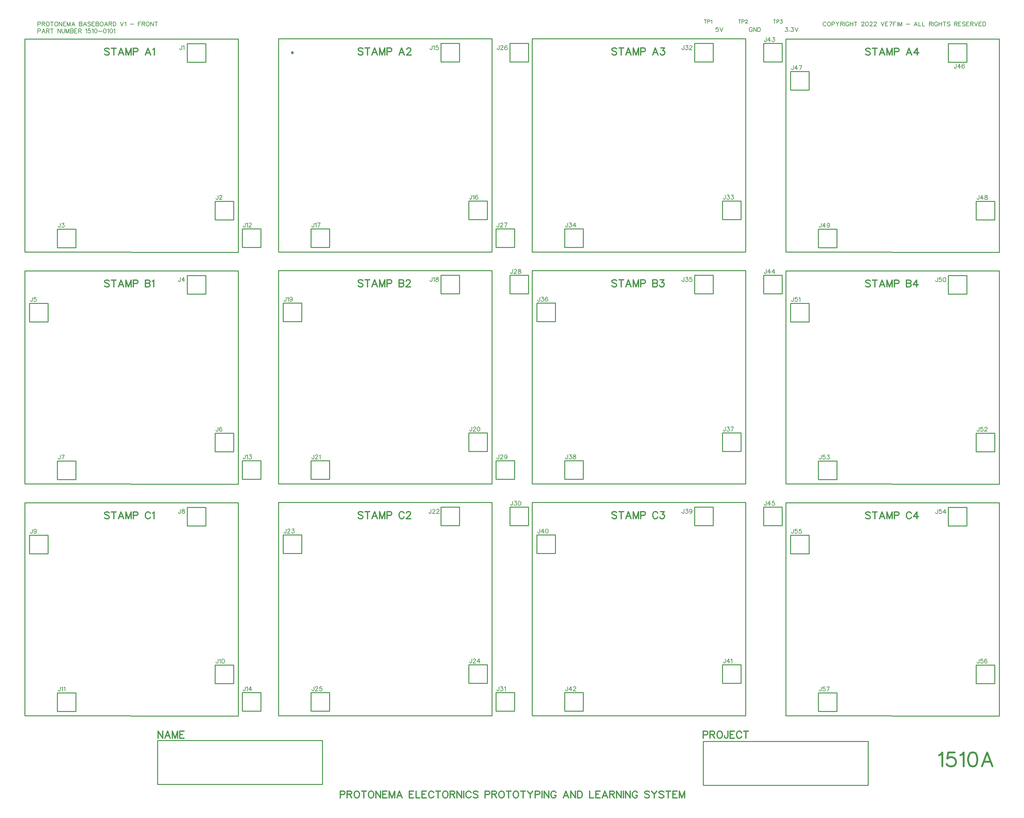
<source format=gto>
G04 Layer: TopSilkscreenLayer*
G04 EasyEDA v6.5.15, 2022-10-06 20:43:05*
G04 d80ca3a9b8d842dca4fe4369d2386359,5a6b42c53f6a479593ecc07194224c93,10*
G04 Gerber Generator version 0.2*
G04 Scale: 100 percent, Rotated: No, Reflected: No *
G04 Dimensions in millimeters *
G04 leading zeros omitted , absolute positions ,4 integer and 5 decimal *
%FSLAX45Y45*%
%MOMM*%

%ADD10C,0.2032*%
%ADD11C,0.3000*%
%ADD12C,0.2030*%
%ADD13C,0.1524*%
%ADD14C,0.5000*%
%ADD15C,0.2540*%
%ADD16C,0.6350*%
%ADD17C,0.0182*%

%LPD*%
D10*
X990600Y21419058D02*
G01*
X990600Y21304504D01*
X990600Y21419058D02*
G01*
X1039622Y21419058D01*
X1056131Y21413470D01*
X1061465Y21408136D01*
X1067054Y21397213D01*
X1067054Y21380704D01*
X1061465Y21369781D01*
X1056131Y21364448D01*
X1039622Y21359113D01*
X990600Y21359113D01*
X1102868Y21419058D02*
G01*
X1102868Y21304504D01*
X1102868Y21419058D02*
G01*
X1152143Y21419058D01*
X1168400Y21413470D01*
X1173988Y21408136D01*
X1179322Y21397213D01*
X1179322Y21386292D01*
X1173988Y21375370D01*
X1168400Y21369781D01*
X1152143Y21364448D01*
X1102868Y21364448D01*
X1141222Y21364448D02*
G01*
X1179322Y21304504D01*
X1248156Y21419058D02*
G01*
X1237234Y21413470D01*
X1226311Y21402548D01*
X1220724Y21391626D01*
X1215390Y21375370D01*
X1215390Y21348192D01*
X1220724Y21331681D01*
X1226311Y21320760D01*
X1237234Y21309837D01*
X1248156Y21304504D01*
X1269745Y21304504D01*
X1280668Y21309837D01*
X1291590Y21320760D01*
X1297177Y21331681D01*
X1302511Y21348192D01*
X1302511Y21375370D01*
X1297177Y21391626D01*
X1291590Y21402548D01*
X1280668Y21413470D01*
X1269745Y21419058D01*
X1248156Y21419058D01*
X1376679Y21419058D02*
G01*
X1376679Y21304504D01*
X1338579Y21419058D02*
G01*
X1415034Y21419058D01*
X1483613Y21419058D02*
G01*
X1472691Y21413470D01*
X1461770Y21402548D01*
X1456436Y21391626D01*
X1450847Y21375370D01*
X1450847Y21348192D01*
X1456436Y21331681D01*
X1461770Y21320760D01*
X1472691Y21309837D01*
X1483613Y21304504D01*
X1505458Y21304504D01*
X1516379Y21309837D01*
X1527302Y21320760D01*
X1532890Y21331681D01*
X1538224Y21348192D01*
X1538224Y21375370D01*
X1532890Y21391626D01*
X1527302Y21402548D01*
X1516379Y21413470D01*
X1505458Y21419058D01*
X1483613Y21419058D01*
X1574291Y21419058D02*
G01*
X1574291Y21304504D01*
X1574291Y21419058D02*
G01*
X1650491Y21304504D01*
X1650491Y21419058D02*
G01*
X1650491Y21304504D01*
X1686559Y21419058D02*
G01*
X1686559Y21304504D01*
X1686559Y21419058D02*
G01*
X1757425Y21419058D01*
X1686559Y21364448D02*
G01*
X1730247Y21364448D01*
X1686559Y21304504D02*
G01*
X1757425Y21304504D01*
X1793493Y21419058D02*
G01*
X1793493Y21304504D01*
X1793493Y21419058D02*
G01*
X1837181Y21304504D01*
X1880870Y21419058D02*
G01*
X1837181Y21304504D01*
X1880870Y21419058D02*
G01*
X1880870Y21304504D01*
X1960372Y21419058D02*
G01*
X1916684Y21304504D01*
X1960372Y21419058D02*
G01*
X2004059Y21304504D01*
X1933193Y21342604D02*
G01*
X1987804Y21342604D01*
X2123947Y21419058D02*
G01*
X2123947Y21304504D01*
X2123947Y21419058D02*
G01*
X2173224Y21419058D01*
X2189479Y21413470D01*
X2195068Y21408136D01*
X2200402Y21397213D01*
X2200402Y21386292D01*
X2195068Y21375370D01*
X2189479Y21369781D01*
X2173224Y21364448D01*
X2123947Y21364448D02*
G01*
X2173224Y21364448D01*
X2189479Y21359113D01*
X2195068Y21353526D01*
X2200402Y21342604D01*
X2200402Y21326348D01*
X2195068Y21315426D01*
X2189479Y21309837D01*
X2173224Y21304504D01*
X2123947Y21304504D01*
X2280158Y21419058D02*
G01*
X2236470Y21304504D01*
X2280158Y21419058D02*
G01*
X2323591Y21304504D01*
X2252725Y21342604D02*
G01*
X2307336Y21342604D01*
X2436113Y21402548D02*
G01*
X2425191Y21413470D01*
X2408681Y21419058D01*
X2386838Y21419058D01*
X2370581Y21413470D01*
X2359659Y21402548D01*
X2359659Y21391626D01*
X2365247Y21380704D01*
X2370581Y21375370D01*
X2381504Y21369781D01*
X2414270Y21359113D01*
X2425191Y21353526D01*
X2430525Y21348192D01*
X2436113Y21337270D01*
X2436113Y21320760D01*
X2425191Y21309837D01*
X2408681Y21304504D01*
X2386838Y21304504D01*
X2370581Y21309837D01*
X2359659Y21320760D01*
X2471927Y21419058D02*
G01*
X2471927Y21304504D01*
X2471927Y21419058D02*
G01*
X2543047Y21419058D01*
X2471927Y21364448D02*
G01*
X2515615Y21364448D01*
X2471927Y21304504D02*
G01*
X2543047Y21304504D01*
X2578861Y21419058D02*
G01*
X2578861Y21304504D01*
X2578861Y21419058D02*
G01*
X2628138Y21419058D01*
X2644393Y21413470D01*
X2649981Y21408136D01*
X2655315Y21397213D01*
X2655315Y21386292D01*
X2649981Y21375370D01*
X2644393Y21369781D01*
X2628138Y21364448D01*
X2578861Y21364448D02*
G01*
X2628138Y21364448D01*
X2644393Y21359113D01*
X2649981Y21353526D01*
X2655315Y21342604D01*
X2655315Y21326348D01*
X2649981Y21315426D01*
X2644393Y21309837D01*
X2628138Y21304504D01*
X2578861Y21304504D01*
X2724150Y21419058D02*
G01*
X2713227Y21413470D01*
X2702306Y21402548D01*
X2696718Y21391626D01*
X2691384Y21375370D01*
X2691384Y21348192D01*
X2696718Y21331681D01*
X2702306Y21320760D01*
X2713227Y21309837D01*
X2724150Y21304504D01*
X2745993Y21304504D01*
X2756661Y21309837D01*
X2767584Y21320760D01*
X2773172Y21331681D01*
X2778506Y21348192D01*
X2778506Y21375370D01*
X2773172Y21391626D01*
X2767584Y21402548D01*
X2756661Y21413470D01*
X2745993Y21419058D01*
X2724150Y21419058D01*
X2858261Y21419058D02*
G01*
X2814574Y21304504D01*
X2858261Y21419058D02*
G01*
X2901950Y21304504D01*
X2831084Y21342604D02*
G01*
X2885440Y21342604D01*
X2937763Y21419058D02*
G01*
X2937763Y21304504D01*
X2937763Y21419058D02*
G01*
X2987040Y21419058D01*
X3003295Y21413470D01*
X3008884Y21408136D01*
X3014218Y21397213D01*
X3014218Y21386292D01*
X3008884Y21375370D01*
X3003295Y21369781D01*
X2987040Y21364448D01*
X2937763Y21364448D01*
X2976118Y21364448D02*
G01*
X3014218Y21304504D01*
X3050286Y21419058D02*
G01*
X3050286Y21304504D01*
X3050286Y21419058D02*
G01*
X3088386Y21419058D01*
X3104895Y21413470D01*
X3115563Y21402548D01*
X3121152Y21391626D01*
X3126486Y21375370D01*
X3126486Y21348192D01*
X3121152Y21331681D01*
X3115563Y21320760D01*
X3104895Y21309837D01*
X3088386Y21304504D01*
X3050286Y21304504D01*
X3246627Y21419058D02*
G01*
X3290315Y21304504D01*
X3333750Y21419058D02*
G01*
X3290315Y21304504D01*
X3369818Y21397213D02*
G01*
X3380740Y21402548D01*
X3397250Y21419058D01*
X3397250Y21304504D01*
X3517138Y21353526D02*
G01*
X3615436Y21353526D01*
X3735324Y21419058D02*
G01*
X3735324Y21304504D01*
X3735324Y21419058D02*
G01*
X3806190Y21419058D01*
X3735324Y21364448D02*
G01*
X3779011Y21364448D01*
X3842258Y21419058D02*
G01*
X3842258Y21304504D01*
X3842258Y21419058D02*
G01*
X3891279Y21419058D01*
X3907790Y21413470D01*
X3913124Y21408136D01*
X3918711Y21397213D01*
X3918711Y21386292D01*
X3913124Y21375370D01*
X3907790Y21369781D01*
X3891279Y21364448D01*
X3842258Y21364448D01*
X3880358Y21364448D02*
G01*
X3918711Y21304504D01*
X3987291Y21419058D02*
G01*
X3976370Y21413470D01*
X3965447Y21402548D01*
X3960113Y21391626D01*
X3954525Y21375370D01*
X3954525Y21348192D01*
X3960113Y21331681D01*
X3965447Y21320760D01*
X3976370Y21309837D01*
X3987291Y21304504D01*
X4009136Y21304504D01*
X4020058Y21309837D01*
X4030979Y21320760D01*
X4036313Y21331681D01*
X4041902Y21348192D01*
X4041902Y21375370D01*
X4036313Y21391626D01*
X4030979Y21402548D01*
X4020058Y21413470D01*
X4009136Y21419058D01*
X3987291Y21419058D01*
X4077970Y21419058D02*
G01*
X4077970Y21304504D01*
X4077970Y21419058D02*
G01*
X4154170Y21304504D01*
X4154170Y21419058D02*
G01*
X4154170Y21304504D01*
X4228338Y21419058D02*
G01*
X4228338Y21304504D01*
X4190238Y21419058D02*
G01*
X4266691Y21419058D01*
X990600Y21228558D02*
G01*
X990600Y21114004D01*
X990600Y21228558D02*
G01*
X1039622Y21228558D01*
X1056131Y21222970D01*
X1061465Y21217636D01*
X1067054Y21206713D01*
X1067054Y21190204D01*
X1061465Y21179281D01*
X1056131Y21173948D01*
X1039622Y21168613D01*
X990600Y21168613D01*
X1146556Y21228558D02*
G01*
X1102868Y21114004D01*
X1146556Y21228558D02*
G01*
X1190243Y21114004D01*
X1119377Y21152104D02*
G01*
X1173988Y21152104D01*
X1226311Y21228558D02*
G01*
X1226311Y21114004D01*
X1226311Y21228558D02*
G01*
X1275334Y21228558D01*
X1291590Y21222970D01*
X1297177Y21217636D01*
X1302511Y21206713D01*
X1302511Y21195792D01*
X1297177Y21184870D01*
X1291590Y21179281D01*
X1275334Y21173948D01*
X1226311Y21173948D01*
X1264411Y21173948D02*
G01*
X1302511Y21114004D01*
X1376679Y21228558D02*
G01*
X1376679Y21114004D01*
X1338579Y21228558D02*
G01*
X1415034Y21228558D01*
X1534922Y21228558D02*
G01*
X1534922Y21114004D01*
X1534922Y21228558D02*
G01*
X1611375Y21114004D01*
X1611375Y21228558D02*
G01*
X1611375Y21114004D01*
X1647443Y21228558D02*
G01*
X1647443Y21146770D01*
X1652777Y21130260D01*
X1663700Y21119337D01*
X1679956Y21114004D01*
X1690877Y21114004D01*
X1707388Y21119337D01*
X1718309Y21130260D01*
X1723643Y21146770D01*
X1723643Y21228558D01*
X1759711Y21228558D02*
G01*
X1759711Y21114004D01*
X1759711Y21228558D02*
G01*
X1803400Y21114004D01*
X1847088Y21228558D02*
G01*
X1803400Y21114004D01*
X1847088Y21228558D02*
G01*
X1847088Y21114004D01*
X1882902Y21228558D02*
G01*
X1882902Y21114004D01*
X1882902Y21228558D02*
G01*
X1932177Y21228558D01*
X1948434Y21222970D01*
X1953768Y21217636D01*
X1959356Y21206713D01*
X1959356Y21195792D01*
X1953768Y21184870D01*
X1948434Y21179281D01*
X1932177Y21173948D01*
X1882902Y21173948D02*
G01*
X1932177Y21173948D01*
X1948434Y21168613D01*
X1953768Y21163026D01*
X1959356Y21152104D01*
X1959356Y21135848D01*
X1953768Y21124926D01*
X1948434Y21119337D01*
X1932177Y21114004D01*
X1882902Y21114004D01*
X1995424Y21228558D02*
G01*
X1995424Y21114004D01*
X1995424Y21228558D02*
G01*
X2066290Y21228558D01*
X1995424Y21173948D02*
G01*
X2038858Y21173948D01*
X1995424Y21114004D02*
G01*
X2066290Y21114004D01*
X2102358Y21228558D02*
G01*
X2102358Y21114004D01*
X2102358Y21228558D02*
G01*
X2151379Y21228558D01*
X2167636Y21222970D01*
X2173224Y21217636D01*
X2178558Y21206713D01*
X2178558Y21195792D01*
X2173224Y21184870D01*
X2167636Y21179281D01*
X2151379Y21173948D01*
X2102358Y21173948D01*
X2140458Y21173948D02*
G01*
X2178558Y21114004D01*
X2298700Y21206713D02*
G01*
X2309622Y21212048D01*
X2325877Y21228558D01*
X2325877Y21114004D01*
X2427224Y21228558D02*
G01*
X2372868Y21228558D01*
X2367279Y21179281D01*
X2372868Y21184870D01*
X2389124Y21190204D01*
X2405379Y21190204D01*
X2421890Y21184870D01*
X2432811Y21173948D01*
X2438145Y21157692D01*
X2438145Y21146770D01*
X2432811Y21130260D01*
X2421890Y21119337D01*
X2405379Y21114004D01*
X2389124Y21114004D01*
X2372868Y21119337D01*
X2367279Y21124926D01*
X2361945Y21135848D01*
X2474213Y21206713D02*
G01*
X2485136Y21212048D01*
X2501391Y21228558D01*
X2501391Y21114004D01*
X2570225Y21228558D02*
G01*
X2553970Y21222970D01*
X2543047Y21206713D01*
X2537459Y21179281D01*
X2537459Y21163026D01*
X2543047Y21135848D01*
X2553970Y21119337D01*
X2570225Y21114004D01*
X2581147Y21114004D01*
X2597404Y21119337D01*
X2608325Y21135848D01*
X2613913Y21163026D01*
X2613913Y21179281D01*
X2608325Y21206713D01*
X2597404Y21222970D01*
X2581147Y21228558D01*
X2570225Y21228558D01*
X2649981Y21163026D02*
G01*
X2748025Y21163026D01*
X2816859Y21228558D02*
G01*
X2800350Y21222970D01*
X2789427Y21206713D01*
X2784093Y21179281D01*
X2784093Y21163026D01*
X2789427Y21135848D01*
X2800350Y21119337D01*
X2816859Y21114004D01*
X2827781Y21114004D01*
X2844038Y21119337D01*
X2854959Y21135848D01*
X2860293Y21163026D01*
X2860293Y21179281D01*
X2854959Y21206713D01*
X2844038Y21222970D01*
X2827781Y21228558D01*
X2816859Y21228558D01*
X2896361Y21206713D02*
G01*
X2907284Y21212048D01*
X2923793Y21228558D01*
X2923793Y21114004D01*
X2992374Y21228558D02*
G01*
X2976118Y21222970D01*
X2965195Y21206713D01*
X2959608Y21179281D01*
X2959608Y21163026D01*
X2965195Y21135848D01*
X2976118Y21119337D01*
X2992374Y21114004D01*
X3003295Y21114004D01*
X3019806Y21119337D01*
X3030474Y21135848D01*
X3036061Y21163026D01*
X3036061Y21179281D01*
X3030474Y21206713D01*
X3019806Y21222970D01*
X3003295Y21228558D01*
X2992374Y21228558D01*
X3072129Y21206713D02*
G01*
X3083052Y21212048D01*
X3099308Y21228558D01*
X3099308Y21114004D01*
D11*
X2946654Y20672298D02*
G01*
X2928365Y20690586D01*
X2901188Y20699729D01*
X2864865Y20699729D01*
X2837688Y20690586D01*
X2819400Y20672298D01*
X2819400Y20654263D01*
X2828543Y20635976D01*
X2837688Y20626831D01*
X2855722Y20617687D01*
X2910331Y20599654D01*
X2928365Y20590510D01*
X2937509Y20581366D01*
X2946654Y20563331D01*
X2946654Y20535900D01*
X2928365Y20517866D01*
X2901188Y20508721D01*
X2864865Y20508721D01*
X2837688Y20517866D01*
X2819400Y20535900D01*
X3070352Y20699729D02*
G01*
X3070352Y20508721D01*
X3006597Y20699729D02*
G01*
X3133852Y20699729D01*
X3266693Y20699729D02*
G01*
X3194050Y20508721D01*
X3266693Y20699729D02*
G01*
X3339338Y20508721D01*
X3221227Y20572221D02*
G01*
X3312159Y20572221D01*
X3399281Y20699729D02*
G01*
X3399281Y20508721D01*
X3399281Y20699729D02*
G01*
X3472179Y20508721D01*
X3544824Y20699729D02*
G01*
X3472179Y20508721D01*
X3544824Y20699729D02*
G01*
X3544824Y20508721D01*
X3604768Y20699729D02*
G01*
X3604768Y20508721D01*
X3604768Y20699729D02*
G01*
X3686556Y20699729D01*
X3713988Y20690586D01*
X3723131Y20681442D01*
X3732022Y20663154D01*
X3732022Y20635976D01*
X3723131Y20617687D01*
X3713988Y20608798D01*
X3686556Y20599654D01*
X3604768Y20599654D01*
X4004818Y20699729D02*
G01*
X3932174Y20508721D01*
X4004818Y20699729D02*
G01*
X4077461Y20508721D01*
X3959352Y20572221D02*
G01*
X4050284Y20572221D01*
X4137659Y20663154D02*
G01*
X4155693Y20672298D01*
X4183125Y20699729D01*
X4183125Y20508721D01*
X4279900Y1992629D02*
G01*
X4279900Y1801621D01*
X4279900Y1992629D02*
G01*
X4407154Y1801621D01*
X4407154Y1992629D02*
G01*
X4407154Y1801621D01*
X4539995Y1992629D02*
G01*
X4467097Y1801621D01*
X4539995Y1992629D02*
G01*
X4612640Y1801621D01*
X4494529Y1865121D02*
G01*
X4585461Y1865121D01*
X4672584Y1992629D02*
G01*
X4672584Y1801621D01*
X4672584Y1992629D02*
G01*
X4745227Y1801621D01*
X4818125Y1992629D02*
G01*
X4745227Y1801621D01*
X4818125Y1992629D02*
G01*
X4818125Y1801621D01*
X4878070Y1992629D02*
G01*
X4878070Y1801621D01*
X4878070Y1992629D02*
G01*
X4996179Y1992629D01*
X4878070Y1901697D02*
G01*
X4950713Y1901697D01*
X4878070Y1801621D02*
G01*
X4996179Y1801621D01*
X19202400Y1992629D02*
G01*
X19202400Y1801621D01*
X19202400Y1992629D02*
G01*
X19284188Y1992629D01*
X19311366Y1983486D01*
X19320509Y1974342D01*
X19329654Y1956054D01*
X19329654Y1928876D01*
X19320509Y1910587D01*
X19311366Y1901697D01*
X19284188Y1892554D01*
X19202400Y1892554D01*
X19389598Y1992629D02*
G01*
X19389598Y1801621D01*
X19389598Y1992629D02*
G01*
X19471386Y1992629D01*
X19498818Y1983486D01*
X19507961Y1974342D01*
X19516852Y1956054D01*
X19516852Y1938020D01*
X19507961Y1919731D01*
X19498818Y1910587D01*
X19471386Y1901697D01*
X19389598Y1901697D01*
X19453352Y1901697D02*
G01*
X19516852Y1801621D01*
X19631406Y1992629D02*
G01*
X19613372Y1983486D01*
X19595084Y1965197D01*
X19585940Y1947163D01*
X19577050Y1919731D01*
X19577050Y1874265D01*
X19585940Y1847087D01*
X19595084Y1828800D01*
X19613372Y1810765D01*
X19631406Y1801621D01*
X19667727Y1801621D01*
X19686016Y1810765D01*
X19704304Y1828800D01*
X19713193Y1847087D01*
X19722338Y1874265D01*
X19722338Y1919731D01*
X19713193Y1947163D01*
X19704304Y1965197D01*
X19686016Y1983486D01*
X19667727Y1992629D01*
X19631406Y1992629D01*
X19873213Y1992629D02*
G01*
X19873213Y1847087D01*
X19864324Y1819910D01*
X19855179Y1810765D01*
X19836891Y1801621D01*
X19818858Y1801621D01*
X19800570Y1810765D01*
X19791425Y1819910D01*
X19782281Y1847087D01*
X19782281Y1865121D01*
X19933411Y1992629D02*
G01*
X19933411Y1801621D01*
X19933411Y1992629D02*
G01*
X20051522Y1992629D01*
X19933411Y1901697D02*
G01*
X20006056Y1901697D01*
X19933411Y1801621D02*
G01*
X20051522Y1801621D01*
X20247863Y1947163D02*
G01*
X20238720Y1965197D01*
X20220686Y1983486D01*
X20202398Y1992629D01*
X20166075Y1992629D01*
X20147788Y1983486D01*
X20129754Y1965197D01*
X20120609Y1947163D01*
X20111466Y1919731D01*
X20111466Y1874265D01*
X20120609Y1847087D01*
X20129754Y1828800D01*
X20147788Y1810765D01*
X20166075Y1801621D01*
X20202398Y1801621D01*
X20220686Y1810765D01*
X20238720Y1828800D01*
X20247863Y1847087D01*
X20371561Y1992629D02*
G01*
X20371561Y1801621D01*
X20307808Y1992629D02*
G01*
X20435061Y1992629D01*
D12*
X22560818Y21391717D02*
G01*
X22555362Y21402626D01*
X22544453Y21413536D01*
X22533546Y21418989D01*
X22511727Y21418989D01*
X22500818Y21413536D01*
X22489909Y21402626D01*
X22484453Y21391717D01*
X22479000Y21375354D01*
X22479000Y21348082D01*
X22484453Y21331717D01*
X22489909Y21320808D01*
X22500818Y21309898D01*
X22511727Y21304445D01*
X22533546Y21304445D01*
X22544453Y21309898D01*
X22555362Y21320808D01*
X22560818Y21331717D01*
X22629545Y21418989D02*
G01*
X22618636Y21413536D01*
X22607727Y21402626D01*
X22602271Y21391717D01*
X22596817Y21375354D01*
X22596817Y21348082D01*
X22602271Y21331717D01*
X22607727Y21320808D01*
X22618636Y21309898D01*
X22629545Y21304445D01*
X22651364Y21304445D01*
X22662271Y21309898D01*
X22673180Y21320808D01*
X22678636Y21331717D01*
X22684089Y21348082D01*
X22684089Y21375354D01*
X22678636Y21391717D01*
X22673180Y21402626D01*
X22662271Y21413536D01*
X22651364Y21418989D01*
X22629545Y21418989D01*
X22720089Y21418989D02*
G01*
X22720089Y21304445D01*
X22720089Y21418989D02*
G01*
X22769182Y21418989D01*
X22785544Y21413536D01*
X22790998Y21408082D01*
X22796454Y21397173D01*
X22796454Y21380808D01*
X22790998Y21369898D01*
X22785544Y21364445D01*
X22769182Y21358989D01*
X22720089Y21358989D01*
X22832453Y21418989D02*
G01*
X22876090Y21364445D01*
X22876090Y21304445D01*
X22919725Y21418989D02*
G01*
X22876090Y21364445D01*
X22955727Y21418989D02*
G01*
X22955727Y21304445D01*
X22955727Y21418989D02*
G01*
X23004818Y21418989D01*
X23021180Y21413536D01*
X23026634Y21408082D01*
X23032090Y21397173D01*
X23032090Y21386264D01*
X23026634Y21375354D01*
X23021180Y21369898D01*
X23004818Y21364445D01*
X22955727Y21364445D01*
X22993908Y21364445D02*
G01*
X23032090Y21304445D01*
X23068089Y21418989D02*
G01*
X23068089Y21304445D01*
X23185907Y21391717D02*
G01*
X23180454Y21402626D01*
X23169544Y21413536D01*
X23158635Y21418989D01*
X23136816Y21418989D01*
X23125907Y21413536D01*
X23114998Y21402626D01*
X23109544Y21391717D01*
X23104088Y21375354D01*
X23104088Y21348082D01*
X23109544Y21331717D01*
X23114998Y21320808D01*
X23125907Y21309898D01*
X23136816Y21304445D01*
X23158635Y21304445D01*
X23169544Y21309898D01*
X23180454Y21320808D01*
X23185907Y21331717D01*
X23185907Y21348082D01*
X23158635Y21348082D02*
G01*
X23185907Y21348082D01*
X23221906Y21418989D02*
G01*
X23221906Y21304445D01*
X23298271Y21418989D02*
G01*
X23298271Y21304445D01*
X23221906Y21364445D02*
G01*
X23298271Y21364445D01*
X23372452Y21418989D02*
G01*
X23372452Y21304445D01*
X23334271Y21418989D02*
G01*
X23410633Y21418989D01*
X23536089Y21391717D02*
G01*
X23536089Y21397173D01*
X23541542Y21408082D01*
X23546998Y21413536D01*
X23557908Y21418989D01*
X23579724Y21418989D01*
X23590633Y21413536D01*
X23596089Y21408082D01*
X23601542Y21397173D01*
X23601542Y21386264D01*
X23596089Y21375354D01*
X23585180Y21358989D01*
X23530633Y21304445D01*
X23606998Y21304445D01*
X23675726Y21418989D02*
G01*
X23659360Y21413536D01*
X23648451Y21397173D01*
X23642998Y21369898D01*
X23642998Y21353536D01*
X23648451Y21326264D01*
X23659360Y21309898D01*
X23675726Y21304445D01*
X23686632Y21304445D01*
X23702998Y21309898D01*
X23713907Y21326264D01*
X23719360Y21353536D01*
X23719360Y21369898D01*
X23713907Y21397173D01*
X23702998Y21413536D01*
X23686632Y21418989D01*
X23675726Y21418989D01*
X23760816Y21391717D02*
G01*
X23760816Y21397173D01*
X23766269Y21408082D01*
X23771725Y21413536D01*
X23782634Y21418989D01*
X23804450Y21418989D01*
X23815360Y21413536D01*
X23820815Y21408082D01*
X23826269Y21397173D01*
X23826269Y21386264D01*
X23820815Y21375354D01*
X23809906Y21358989D01*
X23755360Y21304445D01*
X23831725Y21304445D01*
X23873178Y21391717D02*
G01*
X23873178Y21397173D01*
X23878633Y21408082D01*
X23884087Y21413536D01*
X23894996Y21418989D01*
X23916815Y21418989D01*
X23927724Y21413536D01*
X23933177Y21408082D01*
X23938633Y21397173D01*
X23938633Y21386264D01*
X23933177Y21375354D01*
X23922268Y21358989D01*
X23867724Y21304445D01*
X23944087Y21304445D01*
X24064086Y21418989D02*
G01*
X24107724Y21304445D01*
X24151361Y21418989D02*
G01*
X24107724Y21304445D01*
X24187360Y21418989D02*
G01*
X24187360Y21304445D01*
X24187360Y21418989D02*
G01*
X24258270Y21418989D01*
X24187360Y21364445D02*
G01*
X24230995Y21364445D01*
X24187360Y21304445D02*
G01*
X24258270Y21304445D01*
X24370631Y21418989D02*
G01*
X24316088Y21304445D01*
X24294269Y21418989D02*
G01*
X24370631Y21418989D01*
X24406631Y21418989D02*
G01*
X24406631Y21304445D01*
X24406631Y21418989D02*
G01*
X24477540Y21418989D01*
X24406631Y21364445D02*
G01*
X24450268Y21364445D01*
X24513542Y21418989D02*
G01*
X24513542Y21304445D01*
X24549541Y21418989D02*
G01*
X24549541Y21304445D01*
X24549541Y21418989D02*
G01*
X24593176Y21304445D01*
X24636813Y21418989D02*
G01*
X24593176Y21304445D01*
X24636813Y21418989D02*
G01*
X24636813Y21304445D01*
X24756813Y21353536D02*
G01*
X24854994Y21353536D01*
X25018631Y21418989D02*
G01*
X24974994Y21304445D01*
X25018631Y21418989D02*
G01*
X25062266Y21304445D01*
X24991359Y21342626D02*
G01*
X25045903Y21342626D01*
X25098268Y21418989D02*
G01*
X25098268Y21304445D01*
X25098268Y21304445D02*
G01*
X25163721Y21304445D01*
X25199720Y21418989D02*
G01*
X25199720Y21304445D01*
X25199720Y21304445D02*
G01*
X25265176Y21304445D01*
X25385176Y21418989D02*
G01*
X25385176Y21304445D01*
X25385176Y21418989D02*
G01*
X25434267Y21418989D01*
X25450629Y21413536D01*
X25456085Y21408082D01*
X25461539Y21397173D01*
X25461539Y21386264D01*
X25456085Y21375354D01*
X25450629Y21369898D01*
X25434267Y21364445D01*
X25385176Y21364445D01*
X25423357Y21364445D02*
G01*
X25461539Y21304445D01*
X25497538Y21418989D02*
G01*
X25497538Y21304445D01*
X25615356Y21391717D02*
G01*
X25609903Y21402626D01*
X25598993Y21413536D01*
X25588084Y21418989D01*
X25566265Y21418989D01*
X25555356Y21413536D01*
X25544447Y21402626D01*
X25538993Y21391717D01*
X25533540Y21375354D01*
X25533540Y21348082D01*
X25538993Y21331717D01*
X25544447Y21320808D01*
X25555356Y21309898D01*
X25566265Y21304445D01*
X25588084Y21304445D01*
X25598993Y21309898D01*
X25609903Y21320808D01*
X25615356Y21331717D01*
X25615356Y21348082D01*
X25588084Y21348082D02*
G01*
X25615356Y21348082D01*
X25651358Y21418989D02*
G01*
X25651358Y21304445D01*
X25727720Y21418989D02*
G01*
X25727720Y21304445D01*
X25651358Y21364445D02*
G01*
X25727720Y21364445D01*
X25801901Y21418989D02*
G01*
X25801901Y21304445D01*
X25763720Y21418989D02*
G01*
X25840082Y21418989D01*
X25952447Y21402626D02*
G01*
X25941538Y21413536D01*
X25925175Y21418989D01*
X25903356Y21418989D01*
X25886994Y21413536D01*
X25876084Y21402626D01*
X25876084Y21391717D01*
X25881538Y21380808D01*
X25886994Y21375354D01*
X25897903Y21369898D01*
X25930628Y21358989D01*
X25941538Y21353536D01*
X25946994Y21348082D01*
X25952447Y21337173D01*
X25952447Y21320808D01*
X25941538Y21309898D01*
X25925175Y21304445D01*
X25903356Y21304445D01*
X25886994Y21309898D01*
X25876084Y21320808D01*
X26072447Y21418989D02*
G01*
X26072447Y21304445D01*
X26072447Y21418989D02*
G01*
X26121537Y21418989D01*
X26137903Y21413536D01*
X26143356Y21408082D01*
X26148809Y21397173D01*
X26148809Y21386264D01*
X26143356Y21375354D01*
X26137903Y21369898D01*
X26121537Y21364445D01*
X26072447Y21364445D01*
X26110628Y21364445D02*
G01*
X26148809Y21304445D01*
X26184811Y21418989D02*
G01*
X26184811Y21304445D01*
X26184811Y21418989D02*
G01*
X26255720Y21418989D01*
X26184811Y21364445D02*
G01*
X26228446Y21364445D01*
X26184811Y21304445D02*
G01*
X26255720Y21304445D01*
X26368082Y21402626D02*
G01*
X26357173Y21413536D01*
X26340810Y21418989D01*
X26318992Y21418989D01*
X26302629Y21413536D01*
X26291720Y21402626D01*
X26291720Y21391717D01*
X26297173Y21380808D01*
X26302629Y21375354D01*
X26313538Y21369898D01*
X26346264Y21358989D01*
X26357173Y21353536D01*
X26362629Y21348082D01*
X26368082Y21337173D01*
X26368082Y21320808D01*
X26357173Y21309898D01*
X26340810Y21304445D01*
X26318992Y21304445D01*
X26302629Y21309898D01*
X26291720Y21320808D01*
X26404082Y21418989D02*
G01*
X26404082Y21304445D01*
X26404082Y21418989D02*
G01*
X26474991Y21418989D01*
X26404082Y21364445D02*
G01*
X26447719Y21364445D01*
X26404082Y21304445D02*
G01*
X26474991Y21304445D01*
X26510990Y21418989D02*
G01*
X26510990Y21304445D01*
X26510990Y21418989D02*
G01*
X26560081Y21418989D01*
X26576446Y21413536D01*
X26581900Y21408082D01*
X26587356Y21397173D01*
X26587356Y21386264D01*
X26581900Y21375354D01*
X26576446Y21369898D01*
X26560081Y21364445D01*
X26510990Y21364445D01*
X26549174Y21364445D02*
G01*
X26587356Y21304445D01*
X26623355Y21418989D02*
G01*
X26666992Y21304445D01*
X26710627Y21418989D02*
G01*
X26666992Y21304445D01*
X26746626Y21418989D02*
G01*
X26746626Y21304445D01*
X26746626Y21418989D02*
G01*
X26817535Y21418989D01*
X26746626Y21364445D02*
G01*
X26790263Y21364445D01*
X26746626Y21304445D02*
G01*
X26817535Y21304445D01*
X26853537Y21418989D02*
G01*
X26853537Y21304445D01*
X26853537Y21418989D02*
G01*
X26891719Y21418989D01*
X26908081Y21413536D01*
X26918991Y21402626D01*
X26924444Y21391717D01*
X26929900Y21375354D01*
X26929900Y21348082D01*
X26924444Y21331717D01*
X26918991Y21320808D01*
X26908081Y21309898D01*
X26891719Y21304445D01*
X26853537Y21304445D01*
D11*
X2946654Y14322297D02*
G01*
X2928365Y14340586D01*
X2901188Y14349729D01*
X2864865Y14349729D01*
X2837688Y14340586D01*
X2819400Y14322297D01*
X2819400Y14304263D01*
X2828543Y14285976D01*
X2837688Y14276831D01*
X2855722Y14267687D01*
X2910331Y14249654D01*
X2928365Y14240510D01*
X2937509Y14231366D01*
X2946654Y14213331D01*
X2946654Y14185900D01*
X2928365Y14167866D01*
X2901188Y14158721D01*
X2864865Y14158721D01*
X2837688Y14167866D01*
X2819400Y14185900D01*
X3070352Y14349729D02*
G01*
X3070352Y14158721D01*
X3006597Y14349729D02*
G01*
X3133852Y14349729D01*
X3266693Y14349729D02*
G01*
X3194050Y14158721D01*
X3266693Y14349729D02*
G01*
X3339338Y14158721D01*
X3221227Y14222221D02*
G01*
X3312159Y14222221D01*
X3399281Y14349729D02*
G01*
X3399281Y14158721D01*
X3399281Y14349729D02*
G01*
X3472179Y14158721D01*
X3544824Y14349729D02*
G01*
X3472179Y14158721D01*
X3544824Y14349729D02*
G01*
X3544824Y14158721D01*
X3604768Y14349729D02*
G01*
X3604768Y14158721D01*
X3604768Y14349729D02*
G01*
X3686556Y14349729D01*
X3713988Y14340586D01*
X3723131Y14331442D01*
X3732022Y14313154D01*
X3732022Y14285976D01*
X3723131Y14267687D01*
X3713988Y14258797D01*
X3686556Y14249654D01*
X3604768Y14249654D01*
X3932174Y14349729D02*
G01*
X3932174Y14158721D01*
X3932174Y14349729D02*
G01*
X4013961Y14349729D01*
X4041140Y14340586D01*
X4050284Y14331442D01*
X4059427Y14313154D01*
X4059427Y14295120D01*
X4050284Y14276831D01*
X4041140Y14267687D01*
X4013961Y14258797D01*
X3932174Y14258797D02*
G01*
X4013961Y14258797D01*
X4041140Y14249654D01*
X4050284Y14240510D01*
X4059427Y14222221D01*
X4059427Y14195044D01*
X4050284Y14177010D01*
X4041140Y14167866D01*
X4013961Y14158721D01*
X3932174Y14158721D01*
X4119372Y14313154D02*
G01*
X4137659Y14322297D01*
X4164838Y14349729D01*
X4164838Y14158721D01*
X2946654Y7972297D02*
G01*
X2928365Y7990586D01*
X2901188Y7999729D01*
X2864865Y7999729D01*
X2837688Y7990586D01*
X2819400Y7972297D01*
X2819400Y7954263D01*
X2828543Y7935976D01*
X2837688Y7926831D01*
X2855722Y7917687D01*
X2910331Y7899654D01*
X2928365Y7890510D01*
X2937509Y7881365D01*
X2946654Y7863331D01*
X2946654Y7835900D01*
X2928365Y7817865D01*
X2901188Y7808721D01*
X2864865Y7808721D01*
X2837688Y7817865D01*
X2819400Y7835900D01*
X3070352Y7999729D02*
G01*
X3070352Y7808721D01*
X3006597Y7999729D02*
G01*
X3133852Y7999729D01*
X3266693Y7999729D02*
G01*
X3194050Y7808721D01*
X3266693Y7999729D02*
G01*
X3339338Y7808721D01*
X3221227Y7872221D02*
G01*
X3312159Y7872221D01*
X3399281Y7999729D02*
G01*
X3399281Y7808721D01*
X3399281Y7999729D02*
G01*
X3472179Y7808721D01*
X3544824Y7999729D02*
G01*
X3472179Y7808721D01*
X3544824Y7999729D02*
G01*
X3544824Y7808721D01*
X3604768Y7999729D02*
G01*
X3604768Y7808721D01*
X3604768Y7999729D02*
G01*
X3686556Y7999729D01*
X3713988Y7990586D01*
X3723131Y7981442D01*
X3732022Y7963154D01*
X3732022Y7935976D01*
X3723131Y7917687D01*
X3713988Y7908797D01*
X3686556Y7899654D01*
X3604768Y7899654D01*
X4068572Y7954263D02*
G01*
X4059427Y7972297D01*
X4041140Y7990586D01*
X4023106Y7999729D01*
X3986784Y7999729D01*
X3968495Y7990586D01*
X3950208Y7972297D01*
X3941318Y7954263D01*
X3932174Y7926831D01*
X3932174Y7881365D01*
X3941318Y7854187D01*
X3950208Y7835900D01*
X3968495Y7817865D01*
X3986784Y7808721D01*
X4023106Y7808721D01*
X4041140Y7817865D01*
X4059427Y7835900D01*
X4068572Y7854187D01*
X4128515Y7963154D02*
G01*
X4146550Y7972297D01*
X4173981Y7999729D01*
X4173981Y7808721D01*
X9888763Y7977378D02*
G01*
X9870475Y7995665D01*
X9843297Y8004810D01*
X9806975Y8004810D01*
X9779543Y7995665D01*
X9761509Y7977378D01*
X9761509Y7959344D01*
X9770399Y7941055D01*
X9779543Y7931912D01*
X9797831Y7923021D01*
X9852441Y7904734D01*
X9870475Y7895589D01*
X9879619Y7886445D01*
X9888763Y7868412D01*
X9888763Y7840979D01*
X9870475Y7822945D01*
X9843297Y7813802D01*
X9806975Y7813802D01*
X9779543Y7822945D01*
X9761509Y7840979D01*
X10012207Y8004810D02*
G01*
X10012207Y7813802D01*
X9948707Y8004810D02*
G01*
X10075961Y8004810D01*
X10208803Y8004810D02*
G01*
X10135905Y7813802D01*
X10208803Y8004810D02*
G01*
X10281447Y7813802D01*
X10163337Y7877555D02*
G01*
X10254015Y7877555D01*
X10341391Y8004810D02*
G01*
X10341391Y7813802D01*
X10341391Y8004810D02*
G01*
X10414035Y7813802D01*
X10486933Y8004810D02*
G01*
X10414035Y7813802D01*
X10486933Y8004810D02*
G01*
X10486933Y7813802D01*
X10546877Y8004810D02*
G01*
X10546877Y7813802D01*
X10546877Y8004810D02*
G01*
X10628665Y8004810D01*
X10655843Y7995665D01*
X10664987Y7986521D01*
X10674131Y7968234D01*
X10674131Y7941055D01*
X10664987Y7923021D01*
X10655843Y7913878D01*
X10628665Y7904734D01*
X10546877Y7904734D01*
X11010427Y7959344D02*
G01*
X11001283Y7977378D01*
X10983249Y7995665D01*
X10964961Y8004810D01*
X10928639Y8004810D01*
X10910605Y7995665D01*
X10892317Y7977378D01*
X10883173Y7959344D01*
X10874029Y7931912D01*
X10874029Y7886445D01*
X10883173Y7859268D01*
X10892317Y7840979D01*
X10910605Y7822945D01*
X10928639Y7813802D01*
X10964961Y7813802D01*
X10983249Y7822945D01*
X11001283Y7840979D01*
X11010427Y7859268D01*
X11079515Y7959344D02*
G01*
X11079515Y7968234D01*
X11088659Y7986521D01*
X11097803Y7995665D01*
X11115837Y8004810D01*
X11152413Y8004810D01*
X11170447Y7995665D01*
X11179591Y7986521D01*
X11188735Y7968234D01*
X11188735Y7950200D01*
X11179591Y7931912D01*
X11161303Y7904734D01*
X11070371Y7813802D01*
X11197879Y7813802D01*
X16832864Y7977378D02*
G01*
X16814576Y7995665D01*
X16787398Y8004810D01*
X16751076Y8004810D01*
X16723644Y7995665D01*
X16705610Y7977378D01*
X16705610Y7959344D01*
X16714500Y7941055D01*
X16723644Y7931912D01*
X16741932Y7923021D01*
X16796542Y7904734D01*
X16814576Y7895589D01*
X16823720Y7886445D01*
X16832864Y7868412D01*
X16832864Y7840979D01*
X16814576Y7822945D01*
X16787398Y7813802D01*
X16751076Y7813802D01*
X16723644Y7822945D01*
X16705610Y7840979D01*
X16956308Y8004810D02*
G01*
X16956308Y7813802D01*
X16892808Y8004810D02*
G01*
X17020062Y8004810D01*
X17152904Y8004810D02*
G01*
X17080006Y7813802D01*
X17152904Y8004810D02*
G01*
X17225548Y7813802D01*
X17107438Y7877555D02*
G01*
X17198116Y7877555D01*
X17285492Y8004810D02*
G01*
X17285492Y7813802D01*
X17285492Y8004810D02*
G01*
X17358136Y7813802D01*
X17431034Y8004810D02*
G01*
X17358136Y7813802D01*
X17431034Y8004810D02*
G01*
X17431034Y7813802D01*
X17490978Y8004810D02*
G01*
X17490978Y7813802D01*
X17490978Y8004810D02*
G01*
X17572766Y8004810D01*
X17599944Y7995665D01*
X17609088Y7986521D01*
X17618232Y7968234D01*
X17618232Y7941055D01*
X17609088Y7923021D01*
X17599944Y7913878D01*
X17572766Y7904734D01*
X17490978Y7904734D01*
X17954528Y7959344D02*
G01*
X17945384Y7977378D01*
X17927350Y7995665D01*
X17909062Y8004810D01*
X17872740Y8004810D01*
X17854706Y7995665D01*
X17836418Y7977378D01*
X17827274Y7959344D01*
X17818130Y7931912D01*
X17818130Y7886445D01*
X17827274Y7859268D01*
X17836418Y7840979D01*
X17854706Y7822945D01*
X17872740Y7813802D01*
X17909062Y7813802D01*
X17927350Y7822945D01*
X17945384Y7840979D01*
X17954528Y7859268D01*
X18032760Y8004810D02*
G01*
X18132836Y8004810D01*
X18078226Y7931912D01*
X18105404Y7931912D01*
X18123692Y7923021D01*
X18132836Y7913878D01*
X18141980Y7886445D01*
X18141980Y7868412D01*
X18132836Y7840979D01*
X18114548Y7822945D01*
X18087370Y7813802D01*
X18059938Y7813802D01*
X18032760Y7822945D01*
X18023616Y7832089D01*
X18014472Y7850123D01*
X23774654Y7972297D02*
G01*
X23756366Y7990586D01*
X23729188Y7999729D01*
X23692866Y7999729D01*
X23665688Y7990586D01*
X23647400Y7972297D01*
X23647400Y7954263D01*
X23656543Y7935976D01*
X23665688Y7926831D01*
X23683722Y7917687D01*
X23738331Y7899654D01*
X23756366Y7890510D01*
X23765509Y7881365D01*
X23774654Y7863331D01*
X23774654Y7835900D01*
X23756366Y7817865D01*
X23729188Y7808721D01*
X23692866Y7808721D01*
X23665688Y7817865D01*
X23647400Y7835900D01*
X23898352Y7999729D02*
G01*
X23898352Y7808721D01*
X23834598Y7999729D02*
G01*
X23961852Y7999729D01*
X24094693Y7999729D02*
G01*
X24022050Y7808721D01*
X24094693Y7999729D02*
G01*
X24167338Y7808721D01*
X24049227Y7872221D02*
G01*
X24140159Y7872221D01*
X24227281Y7999729D02*
G01*
X24227281Y7808721D01*
X24227281Y7999729D02*
G01*
X24300179Y7808721D01*
X24372824Y7999729D02*
G01*
X24300179Y7808721D01*
X24372824Y7999729D02*
G01*
X24372824Y7808721D01*
X24432768Y7999729D02*
G01*
X24432768Y7808721D01*
X24432768Y7999729D02*
G01*
X24514556Y7999729D01*
X24541988Y7990586D01*
X24551131Y7981442D01*
X24560022Y7963154D01*
X24560022Y7935976D01*
X24551131Y7917687D01*
X24541988Y7908797D01*
X24514556Y7899654D01*
X24432768Y7899654D01*
X24896572Y7954263D02*
G01*
X24887427Y7972297D01*
X24869140Y7990586D01*
X24851106Y7999729D01*
X24814784Y7999729D01*
X24796495Y7990586D01*
X24778208Y7972297D01*
X24769318Y7954263D01*
X24760174Y7926831D01*
X24760174Y7881365D01*
X24769318Y7854187D01*
X24778208Y7835900D01*
X24796495Y7817865D01*
X24814784Y7808721D01*
X24851106Y7808721D01*
X24869140Y7817865D01*
X24887427Y7835900D01*
X24896572Y7854187D01*
X25047448Y7999729D02*
G01*
X24956516Y7872221D01*
X25092913Y7872221D01*
X25047448Y7999729D02*
G01*
X25047448Y7808721D01*
X23774654Y14322297D02*
G01*
X23756366Y14340586D01*
X23729188Y14349729D01*
X23692866Y14349729D01*
X23665688Y14340586D01*
X23647400Y14322297D01*
X23647400Y14304263D01*
X23656543Y14285976D01*
X23665688Y14276831D01*
X23683722Y14267687D01*
X23738331Y14249654D01*
X23756366Y14240510D01*
X23765509Y14231366D01*
X23774654Y14213331D01*
X23774654Y14185900D01*
X23756366Y14167866D01*
X23729188Y14158721D01*
X23692866Y14158721D01*
X23665688Y14167866D01*
X23647400Y14185900D01*
X23898352Y14349729D02*
G01*
X23898352Y14158721D01*
X23834598Y14349729D02*
G01*
X23961852Y14349729D01*
X24094693Y14349729D02*
G01*
X24022050Y14158721D01*
X24094693Y14349729D02*
G01*
X24167338Y14158721D01*
X24049227Y14222221D02*
G01*
X24140159Y14222221D01*
X24227281Y14349729D02*
G01*
X24227281Y14158721D01*
X24227281Y14349729D02*
G01*
X24300179Y14158721D01*
X24372824Y14349729D02*
G01*
X24300179Y14158721D01*
X24372824Y14349729D02*
G01*
X24372824Y14158721D01*
X24432768Y14349729D02*
G01*
X24432768Y14158721D01*
X24432768Y14349729D02*
G01*
X24514556Y14349729D01*
X24541988Y14340586D01*
X24551131Y14331442D01*
X24560022Y14313154D01*
X24560022Y14285976D01*
X24551131Y14267687D01*
X24541988Y14258797D01*
X24514556Y14249654D01*
X24432768Y14249654D01*
X24760174Y14349729D02*
G01*
X24760174Y14158721D01*
X24760174Y14349729D02*
G01*
X24841961Y14349729D01*
X24869140Y14340586D01*
X24878284Y14331442D01*
X24887427Y14313154D01*
X24887427Y14295120D01*
X24878284Y14276831D01*
X24869140Y14267687D01*
X24841961Y14258797D01*
X24760174Y14258797D02*
G01*
X24841961Y14258797D01*
X24869140Y14249654D01*
X24878284Y14240510D01*
X24887427Y14222221D01*
X24887427Y14195044D01*
X24878284Y14177010D01*
X24869140Y14167866D01*
X24841961Y14158721D01*
X24760174Y14158721D01*
X25038304Y14349729D02*
G01*
X24947372Y14222221D01*
X25083770Y14222221D01*
X25038304Y14349729D02*
G01*
X25038304Y14158721D01*
X23774654Y20672298D02*
G01*
X23756366Y20690586D01*
X23729188Y20699729D01*
X23692866Y20699729D01*
X23665688Y20690586D01*
X23647400Y20672298D01*
X23647400Y20654263D01*
X23656543Y20635976D01*
X23665688Y20626831D01*
X23683722Y20617687D01*
X23738331Y20599654D01*
X23756366Y20590510D01*
X23765509Y20581366D01*
X23774654Y20563331D01*
X23774654Y20535900D01*
X23756366Y20517866D01*
X23729188Y20508721D01*
X23692866Y20508721D01*
X23665688Y20517866D01*
X23647400Y20535900D01*
X23898352Y20699729D02*
G01*
X23898352Y20508721D01*
X23834598Y20699729D02*
G01*
X23961852Y20699729D01*
X24094693Y20699729D02*
G01*
X24022050Y20508721D01*
X24094693Y20699729D02*
G01*
X24167338Y20508721D01*
X24049227Y20572221D02*
G01*
X24140159Y20572221D01*
X24227281Y20699729D02*
G01*
X24227281Y20508721D01*
X24227281Y20699729D02*
G01*
X24300179Y20508721D01*
X24372824Y20699729D02*
G01*
X24300179Y20508721D01*
X24372824Y20699729D02*
G01*
X24372824Y20508721D01*
X24432768Y20699729D02*
G01*
X24432768Y20508721D01*
X24432768Y20699729D02*
G01*
X24514556Y20699729D01*
X24541988Y20690586D01*
X24551131Y20681442D01*
X24560022Y20663154D01*
X24560022Y20635976D01*
X24551131Y20617687D01*
X24541988Y20608798D01*
X24514556Y20599654D01*
X24432768Y20599654D01*
X24832818Y20699729D02*
G01*
X24760174Y20508721D01*
X24832818Y20699729D02*
G01*
X24905461Y20508721D01*
X24787352Y20572221D02*
G01*
X24878284Y20572221D01*
X25056591Y20699729D02*
G01*
X24965659Y20572221D01*
X25102058Y20572221D01*
X25056591Y20699729D02*
G01*
X25056591Y20508721D01*
X9888763Y20677378D02*
G01*
X9870475Y20695666D01*
X9843297Y20704810D01*
X9806975Y20704810D01*
X9779543Y20695666D01*
X9761509Y20677378D01*
X9761509Y20659344D01*
X9770399Y20641055D01*
X9779543Y20631912D01*
X9797831Y20623021D01*
X9852441Y20604734D01*
X9870475Y20595589D01*
X9879619Y20586445D01*
X9888763Y20568412D01*
X9888763Y20540979D01*
X9870475Y20522945D01*
X9843297Y20513802D01*
X9806975Y20513802D01*
X9779543Y20522945D01*
X9761509Y20540979D01*
X10012207Y20704810D02*
G01*
X10012207Y20513802D01*
X9948707Y20704810D02*
G01*
X10075961Y20704810D01*
X10208803Y20704810D02*
G01*
X10135905Y20513802D01*
X10208803Y20704810D02*
G01*
X10281447Y20513802D01*
X10163337Y20577555D02*
G01*
X10254015Y20577555D01*
X10341391Y20704810D02*
G01*
X10341391Y20513802D01*
X10341391Y20704810D02*
G01*
X10414035Y20513802D01*
X10486933Y20704810D02*
G01*
X10414035Y20513802D01*
X10486933Y20704810D02*
G01*
X10486933Y20513802D01*
X10546877Y20704810D02*
G01*
X10546877Y20513802D01*
X10546877Y20704810D02*
G01*
X10628665Y20704810D01*
X10655843Y20695666D01*
X10664987Y20686521D01*
X10674131Y20668234D01*
X10674131Y20641055D01*
X10664987Y20623021D01*
X10655843Y20613878D01*
X10628665Y20604734D01*
X10546877Y20604734D01*
X10946927Y20704810D02*
G01*
X10874029Y20513802D01*
X10946927Y20704810D02*
G01*
X11019571Y20513802D01*
X10901461Y20577555D02*
G01*
X10992393Y20577555D01*
X11088659Y20659344D02*
G01*
X11088659Y20668234D01*
X11097803Y20686521D01*
X11106947Y20695666D01*
X11124981Y20704810D01*
X11161303Y20704810D01*
X11179591Y20695666D01*
X11188735Y20686521D01*
X11197879Y20668234D01*
X11197879Y20650200D01*
X11188735Y20631912D01*
X11170447Y20604734D01*
X11079515Y20513802D01*
X11206769Y20513802D01*
X16832864Y20677378D02*
G01*
X16814576Y20695666D01*
X16787398Y20704810D01*
X16751076Y20704810D01*
X16723644Y20695666D01*
X16705610Y20677378D01*
X16705610Y20659344D01*
X16714500Y20641055D01*
X16723644Y20631912D01*
X16741932Y20623021D01*
X16796542Y20604734D01*
X16814576Y20595589D01*
X16823720Y20586445D01*
X16832864Y20568412D01*
X16832864Y20540979D01*
X16814576Y20522945D01*
X16787398Y20513802D01*
X16751076Y20513802D01*
X16723644Y20522945D01*
X16705610Y20540979D01*
X16956308Y20704810D02*
G01*
X16956308Y20513802D01*
X16892808Y20704810D02*
G01*
X17020062Y20704810D01*
X17152904Y20704810D02*
G01*
X17080006Y20513802D01*
X17152904Y20704810D02*
G01*
X17225548Y20513802D01*
X17107438Y20577555D02*
G01*
X17198116Y20577555D01*
X17285492Y20704810D02*
G01*
X17285492Y20513802D01*
X17285492Y20704810D02*
G01*
X17358136Y20513802D01*
X17431034Y20704810D02*
G01*
X17358136Y20513802D01*
X17431034Y20704810D02*
G01*
X17431034Y20513802D01*
X17490978Y20704810D02*
G01*
X17490978Y20513802D01*
X17490978Y20704810D02*
G01*
X17572766Y20704810D01*
X17599944Y20695666D01*
X17609088Y20686521D01*
X17618232Y20668234D01*
X17618232Y20641055D01*
X17609088Y20623021D01*
X17599944Y20613878D01*
X17572766Y20604734D01*
X17490978Y20604734D01*
X17891028Y20704810D02*
G01*
X17818130Y20513802D01*
X17891028Y20704810D02*
G01*
X17963672Y20513802D01*
X17845562Y20577555D02*
G01*
X17936494Y20577555D01*
X18041904Y20704810D02*
G01*
X18141980Y20704810D01*
X18087370Y20631912D01*
X18114548Y20631912D01*
X18132836Y20623021D01*
X18141980Y20613878D01*
X18150870Y20586445D01*
X18150870Y20568412D01*
X18141980Y20540979D01*
X18123692Y20522945D01*
X18096514Y20513802D01*
X18069082Y20513802D01*
X18041904Y20522945D01*
X18032760Y20532089D01*
X18023616Y20550124D01*
X9888763Y14327378D02*
G01*
X9870475Y14345666D01*
X9843297Y14354810D01*
X9806975Y14354810D01*
X9779543Y14345666D01*
X9761509Y14327378D01*
X9761509Y14309344D01*
X9770399Y14291055D01*
X9779543Y14281912D01*
X9797831Y14273021D01*
X9852441Y14254734D01*
X9870475Y14245589D01*
X9879619Y14236445D01*
X9888763Y14218412D01*
X9888763Y14190979D01*
X9870475Y14172945D01*
X9843297Y14163802D01*
X9806975Y14163802D01*
X9779543Y14172945D01*
X9761509Y14190979D01*
X10012207Y14354810D02*
G01*
X10012207Y14163802D01*
X9948707Y14354810D02*
G01*
X10075961Y14354810D01*
X10208803Y14354810D02*
G01*
X10135905Y14163802D01*
X10208803Y14354810D02*
G01*
X10281447Y14163802D01*
X10163337Y14227555D02*
G01*
X10254015Y14227555D01*
X10341391Y14354810D02*
G01*
X10341391Y14163802D01*
X10341391Y14354810D02*
G01*
X10414035Y14163802D01*
X10486933Y14354810D02*
G01*
X10414035Y14163802D01*
X10486933Y14354810D02*
G01*
X10486933Y14163802D01*
X10546877Y14354810D02*
G01*
X10546877Y14163802D01*
X10546877Y14354810D02*
G01*
X10628665Y14354810D01*
X10655843Y14345666D01*
X10664987Y14336521D01*
X10674131Y14318234D01*
X10674131Y14291055D01*
X10664987Y14273021D01*
X10655843Y14263878D01*
X10628665Y14254734D01*
X10546877Y14254734D01*
X10874029Y14354810D02*
G01*
X10874029Y14163802D01*
X10874029Y14354810D02*
G01*
X10956071Y14354810D01*
X10983249Y14345666D01*
X10992393Y14336521D01*
X11001283Y14318234D01*
X11001283Y14300200D01*
X10992393Y14281912D01*
X10983249Y14273021D01*
X10956071Y14263878D01*
X10874029Y14263878D02*
G01*
X10956071Y14263878D01*
X10983249Y14254734D01*
X10992393Y14245589D01*
X11001283Y14227555D01*
X11001283Y14200124D01*
X10992393Y14182089D01*
X10983249Y14172945D01*
X10956071Y14163802D01*
X10874029Y14163802D01*
X11070371Y14309344D02*
G01*
X11070371Y14318234D01*
X11079515Y14336521D01*
X11088659Y14345666D01*
X11106947Y14354810D01*
X11143269Y14354810D01*
X11161303Y14345666D01*
X11170447Y14336521D01*
X11179591Y14318234D01*
X11179591Y14300200D01*
X11170447Y14281912D01*
X11152413Y14254734D01*
X11061481Y14163802D01*
X11188735Y14163802D01*
X16832864Y14327378D02*
G01*
X16814576Y14345666D01*
X16787398Y14354810D01*
X16751076Y14354810D01*
X16723644Y14345666D01*
X16705610Y14327378D01*
X16705610Y14309344D01*
X16714500Y14291055D01*
X16723644Y14281912D01*
X16741932Y14273021D01*
X16796542Y14254734D01*
X16814576Y14245589D01*
X16823720Y14236445D01*
X16832864Y14218412D01*
X16832864Y14190979D01*
X16814576Y14172945D01*
X16787398Y14163802D01*
X16751076Y14163802D01*
X16723644Y14172945D01*
X16705610Y14190979D01*
X16956308Y14354810D02*
G01*
X16956308Y14163802D01*
X16892808Y14354810D02*
G01*
X17020062Y14354810D01*
X17152904Y14354810D02*
G01*
X17080006Y14163802D01*
X17152904Y14354810D02*
G01*
X17225548Y14163802D01*
X17107438Y14227555D02*
G01*
X17198116Y14227555D01*
X17285492Y14354810D02*
G01*
X17285492Y14163802D01*
X17285492Y14354810D02*
G01*
X17358136Y14163802D01*
X17431034Y14354810D02*
G01*
X17358136Y14163802D01*
X17431034Y14354810D02*
G01*
X17431034Y14163802D01*
X17490978Y14354810D02*
G01*
X17490978Y14163802D01*
X17490978Y14354810D02*
G01*
X17572766Y14354810D01*
X17599944Y14345666D01*
X17609088Y14336521D01*
X17618232Y14318234D01*
X17618232Y14291055D01*
X17609088Y14273021D01*
X17599944Y14263878D01*
X17572766Y14254734D01*
X17490978Y14254734D01*
X17818130Y14354810D02*
G01*
X17818130Y14163802D01*
X17818130Y14354810D02*
G01*
X17900172Y14354810D01*
X17927350Y14345666D01*
X17936494Y14336521D01*
X17945384Y14318234D01*
X17945384Y14300200D01*
X17936494Y14281912D01*
X17927350Y14273021D01*
X17900172Y14263878D01*
X17818130Y14263878D02*
G01*
X17900172Y14263878D01*
X17927350Y14254734D01*
X17936494Y14245589D01*
X17945384Y14227555D01*
X17945384Y14200124D01*
X17936494Y14182089D01*
X17927350Y14172945D01*
X17900172Y14163802D01*
X17818130Y14163802D01*
X18023616Y14354810D02*
G01*
X18123692Y14354810D01*
X18069082Y14281912D01*
X18096514Y14281912D01*
X18114548Y14273021D01*
X18123692Y14263878D01*
X18132836Y14236445D01*
X18132836Y14218412D01*
X18123692Y14190979D01*
X18105404Y14172945D01*
X18078226Y14163802D01*
X18051048Y14163802D01*
X18023616Y14172945D01*
X18014472Y14182089D01*
X18005582Y14200124D01*
X9271000Y354329D02*
G01*
X9271000Y163321D01*
X9271000Y354329D02*
G01*
X9352788Y354329D01*
X9379965Y345186D01*
X9389109Y336042D01*
X9398254Y317754D01*
X9398254Y290576D01*
X9389109Y272287D01*
X9379965Y263397D01*
X9352788Y254254D01*
X9271000Y254254D01*
X9458197Y354329D02*
G01*
X9458197Y163321D01*
X9458197Y354329D02*
G01*
X9539986Y354329D01*
X9567418Y345186D01*
X9576561Y336042D01*
X9585452Y317754D01*
X9585452Y299720D01*
X9576561Y281431D01*
X9567418Y272287D01*
X9539986Y263397D01*
X9458197Y263397D01*
X9521952Y263397D02*
G01*
X9585452Y163321D01*
X9700006Y354329D02*
G01*
X9681972Y345186D01*
X9663684Y326897D01*
X9654540Y308863D01*
X9645650Y281431D01*
X9645650Y235965D01*
X9654540Y208787D01*
X9663684Y190500D01*
X9681972Y172465D01*
X9700006Y163321D01*
X9736327Y163321D01*
X9754615Y172465D01*
X9772904Y190500D01*
X9781793Y208787D01*
X9790938Y235965D01*
X9790938Y281431D01*
X9781793Y308863D01*
X9772904Y326897D01*
X9754615Y345186D01*
X9736327Y354329D01*
X9700006Y354329D01*
X9914636Y354329D02*
G01*
X9914636Y163321D01*
X9850881Y354329D02*
G01*
X9978390Y354329D01*
X10092690Y354329D02*
G01*
X10074656Y345186D01*
X10056368Y326897D01*
X10047477Y308863D01*
X10038334Y281431D01*
X10038334Y235965D01*
X10047477Y208787D01*
X10056368Y190500D01*
X10074656Y172465D01*
X10092690Y163321D01*
X10129265Y163321D01*
X10147300Y172465D01*
X10165588Y190500D01*
X10174731Y208787D01*
X10183622Y235965D01*
X10183622Y281431D01*
X10174731Y308863D01*
X10165588Y326897D01*
X10147300Y345186D01*
X10129265Y354329D01*
X10092690Y354329D01*
X10243820Y354329D02*
G01*
X10243820Y163321D01*
X10243820Y354329D02*
G01*
X10371074Y163321D01*
X10371074Y354329D02*
G01*
X10371074Y163321D01*
X10431018Y354329D02*
G01*
X10431018Y163321D01*
X10431018Y354329D02*
G01*
X10549127Y354329D01*
X10431018Y263397D02*
G01*
X10503661Y263397D01*
X10431018Y163321D02*
G01*
X10549127Y163321D01*
X10609072Y354329D02*
G01*
X10609072Y163321D01*
X10609072Y354329D02*
G01*
X10681970Y163321D01*
X10754613Y354329D02*
G01*
X10681970Y163321D01*
X10754613Y354329D02*
G01*
X10754613Y163321D01*
X10887456Y354329D02*
G01*
X10814558Y163321D01*
X10887456Y354329D02*
G01*
X10960100Y163321D01*
X10841990Y226821D02*
G01*
X10932922Y226821D01*
X11159997Y354329D02*
G01*
X11159997Y163321D01*
X11159997Y354329D02*
G01*
X11278361Y354329D01*
X11159997Y263397D02*
G01*
X11232895Y263397D01*
X11159997Y163321D02*
G01*
X11278361Y163321D01*
X11338306Y354329D02*
G01*
X11338306Y163321D01*
X11338306Y163321D02*
G01*
X11447272Y163321D01*
X11507470Y354329D02*
G01*
X11507470Y163321D01*
X11507470Y354329D02*
G01*
X11625579Y354329D01*
X11507470Y263397D02*
G01*
X11580113Y263397D01*
X11507470Y163321D02*
G01*
X11625579Y163321D01*
X11821922Y308863D02*
G01*
X11812777Y326897D01*
X11794743Y345186D01*
X11776456Y354329D01*
X11740134Y354329D01*
X11721845Y345186D01*
X11703811Y326897D01*
X11694668Y308863D01*
X11685524Y281431D01*
X11685524Y235965D01*
X11694668Y208787D01*
X11703811Y190500D01*
X11721845Y172465D01*
X11740134Y163321D01*
X11776456Y163321D01*
X11794743Y172465D01*
X11812777Y190500D01*
X11821922Y208787D01*
X11945620Y354329D02*
G01*
X11945620Y163321D01*
X11881865Y354329D02*
G01*
X12009120Y354329D01*
X12123674Y354329D02*
G01*
X12105640Y345186D01*
X12087352Y326897D01*
X12078208Y308863D01*
X12069063Y281431D01*
X12069063Y235965D01*
X12078208Y208787D01*
X12087352Y190500D01*
X12105640Y172465D01*
X12123674Y163321D01*
X12159995Y163321D01*
X12178284Y172465D01*
X12196572Y190500D01*
X12205461Y208787D01*
X12214606Y235965D01*
X12214606Y281431D01*
X12205461Y308863D01*
X12196572Y326897D01*
X12178284Y345186D01*
X12159995Y354329D01*
X12123674Y354329D01*
X12274550Y354329D02*
G01*
X12274550Y163321D01*
X12274550Y354329D02*
G01*
X12356338Y354329D01*
X12383770Y345186D01*
X12392913Y336042D01*
X12401804Y317754D01*
X12401804Y299720D01*
X12392913Y281431D01*
X12383770Y272287D01*
X12356338Y263397D01*
X12274550Y263397D01*
X12338304Y263397D02*
G01*
X12401804Y163321D01*
X12462002Y354329D02*
G01*
X12462002Y163321D01*
X12462002Y354329D02*
G01*
X12589256Y163321D01*
X12589256Y354329D02*
G01*
X12589256Y163321D01*
X12649200Y354329D02*
G01*
X12649200Y163321D01*
X12845541Y308863D02*
G01*
X12836397Y326897D01*
X12818363Y345186D01*
X12800075Y354329D01*
X12763754Y354329D01*
X12745465Y345186D01*
X12727431Y326897D01*
X12718288Y308863D01*
X12709143Y281431D01*
X12709143Y235965D01*
X12718288Y208787D01*
X12727431Y190500D01*
X12745465Y172465D01*
X12763754Y163321D01*
X12800075Y163321D01*
X12818363Y172465D01*
X12836397Y190500D01*
X12845541Y208787D01*
X13032740Y326897D02*
G01*
X13014706Y345186D01*
X12987274Y354329D01*
X12950952Y354329D01*
X12923774Y345186D01*
X12905486Y326897D01*
X12905486Y308863D01*
X12914629Y290576D01*
X12923774Y281431D01*
X12941808Y272287D01*
X12996418Y254254D01*
X13014706Y245110D01*
X13023595Y235965D01*
X13032740Y217931D01*
X13032740Y190500D01*
X13014706Y172465D01*
X12987274Y163321D01*
X12950952Y163321D01*
X12923774Y172465D01*
X12905486Y190500D01*
X13232891Y354329D02*
G01*
X13232891Y163321D01*
X13232891Y354329D02*
G01*
X13314679Y354329D01*
X13341858Y345186D01*
X13351002Y336042D01*
X13360145Y317754D01*
X13360145Y290576D01*
X13351002Y272287D01*
X13341858Y263397D01*
X13314679Y254254D01*
X13232891Y254254D01*
X13420090Y354329D02*
G01*
X13420090Y163321D01*
X13420090Y354329D02*
G01*
X13501877Y354329D01*
X13529056Y345186D01*
X13538200Y336042D01*
X13547343Y317754D01*
X13547343Y299720D01*
X13538200Y281431D01*
X13529056Y272287D01*
X13501877Y263397D01*
X13420090Y263397D01*
X13483843Y263397D02*
G01*
X13547343Y163321D01*
X13661897Y354329D02*
G01*
X13643609Y345186D01*
X13625575Y326897D01*
X13616431Y308863D01*
X13607288Y281431D01*
X13607288Y235965D01*
X13616431Y208787D01*
X13625575Y190500D01*
X13643609Y172465D01*
X13661897Y163321D01*
X13698220Y163321D01*
X13716508Y172465D01*
X13734541Y190500D01*
X13743686Y208787D01*
X13752829Y235965D01*
X13752829Y281431D01*
X13743686Y308863D01*
X13734541Y326897D01*
X13716508Y345186D01*
X13698220Y354329D01*
X13661897Y354329D01*
X13876527Y354329D02*
G01*
X13876527Y163321D01*
X13812774Y354329D02*
G01*
X13940027Y354329D01*
X14054581Y354329D02*
G01*
X14036547Y345186D01*
X14018259Y326897D01*
X14009116Y308863D01*
X13999972Y281431D01*
X13999972Y235965D01*
X14009116Y208787D01*
X14018259Y190500D01*
X14036547Y172465D01*
X14054581Y163321D01*
X14090904Y163321D01*
X14109191Y172465D01*
X14127479Y190500D01*
X14136370Y208787D01*
X14145513Y235965D01*
X14145513Y281431D01*
X14136370Y308863D01*
X14127479Y326897D01*
X14109191Y345186D01*
X14090904Y354329D01*
X14054581Y354329D01*
X14269211Y354329D02*
G01*
X14269211Y163321D01*
X14205458Y354329D02*
G01*
X14332711Y354329D01*
X14392909Y354329D02*
G01*
X14465554Y263397D01*
X14465554Y163321D01*
X14538197Y354329D02*
G01*
X14465554Y263397D01*
X14598141Y354329D02*
G01*
X14598141Y163321D01*
X14598141Y354329D02*
G01*
X14680184Y354329D01*
X14707361Y345186D01*
X14716506Y336042D01*
X14725650Y317754D01*
X14725650Y290576D01*
X14716506Y272287D01*
X14707361Y263397D01*
X14680184Y254254D01*
X14598141Y254254D01*
X14785593Y354329D02*
G01*
X14785593Y163321D01*
X14845538Y354329D02*
G01*
X14845538Y163321D01*
X14845538Y354329D02*
G01*
X14972791Y163321D01*
X14972791Y354329D02*
G01*
X14972791Y163321D01*
X15169134Y308863D02*
G01*
X15159990Y326897D01*
X15141956Y345186D01*
X15123668Y354329D01*
X15087345Y354329D01*
X15069058Y345186D01*
X15051024Y326897D01*
X15041879Y308863D01*
X15032736Y281431D01*
X15032736Y235965D01*
X15041879Y208787D01*
X15051024Y190500D01*
X15069058Y172465D01*
X15087345Y163321D01*
X15123668Y163321D01*
X15141956Y172465D01*
X15159990Y190500D01*
X15169134Y208787D01*
X15169134Y235965D01*
X15123668Y235965D02*
G01*
X15169134Y235965D01*
X15441929Y354329D02*
G01*
X15369286Y163321D01*
X15441929Y354329D02*
G01*
X15514574Y163321D01*
X15396463Y226821D02*
G01*
X15487395Y226821D01*
X15574518Y354329D02*
G01*
X15574518Y163321D01*
X15574518Y354329D02*
G01*
X15701772Y163321D01*
X15701772Y354329D02*
G01*
X15701772Y163321D01*
X15761970Y354329D02*
G01*
X15761970Y163321D01*
X15761970Y354329D02*
G01*
X15825470Y354329D01*
X15852902Y345186D01*
X15870936Y326897D01*
X15880079Y308863D01*
X15889224Y281431D01*
X15889224Y235965D01*
X15880079Y208787D01*
X15870936Y190500D01*
X15852902Y172465D01*
X15825470Y163321D01*
X15761970Y163321D01*
X16089122Y354329D02*
G01*
X16089122Y163321D01*
X16089122Y163321D02*
G01*
X16198341Y163321D01*
X16258286Y354329D02*
G01*
X16258286Y163321D01*
X16258286Y354329D02*
G01*
X16376395Y354329D01*
X16258286Y263397D02*
G01*
X16330929Y263397D01*
X16258286Y163321D02*
G01*
X16376395Y163321D01*
X16509238Y354329D02*
G01*
X16436340Y163321D01*
X16509238Y354329D02*
G01*
X16581881Y163321D01*
X16463772Y226821D02*
G01*
X16554704Y226821D01*
X16641825Y354329D02*
G01*
X16641825Y163321D01*
X16641825Y354329D02*
G01*
X16723613Y354329D01*
X16751045Y345186D01*
X16760190Y336042D01*
X16769079Y317754D01*
X16769079Y299720D01*
X16760190Y281431D01*
X16751045Y272287D01*
X16723613Y263397D01*
X16641825Y263397D01*
X16705579Y263397D02*
G01*
X16769079Y163321D01*
X16829277Y354329D02*
G01*
X16829277Y163321D01*
X16829277Y354329D02*
G01*
X16956531Y163321D01*
X16956531Y354329D02*
G01*
X16956531Y163321D01*
X17016475Y354329D02*
G01*
X17016475Y163321D01*
X17076420Y354329D02*
G01*
X17076420Y163321D01*
X17076420Y354329D02*
G01*
X17203674Y163321D01*
X17203674Y354329D02*
G01*
X17203674Y163321D01*
X17400016Y308863D02*
G01*
X17390872Y326897D01*
X17372838Y345186D01*
X17354550Y354329D01*
X17318227Y354329D01*
X17300193Y345186D01*
X17281906Y326897D01*
X17272761Y308863D01*
X17263618Y281431D01*
X17263618Y235965D01*
X17272761Y208787D01*
X17281906Y190500D01*
X17300193Y172465D01*
X17318227Y163321D01*
X17354550Y163321D01*
X17372838Y172465D01*
X17390872Y190500D01*
X17400016Y208787D01*
X17400016Y235965D01*
X17354550Y235965D02*
G01*
X17400016Y235965D01*
X17727422Y326897D02*
G01*
X17709134Y345186D01*
X17681956Y354329D01*
X17645634Y354329D01*
X17618202Y345186D01*
X17600168Y326897D01*
X17600168Y308863D01*
X17609058Y290576D01*
X17618202Y281431D01*
X17636490Y272287D01*
X17691100Y254254D01*
X17709134Y245110D01*
X17718277Y235965D01*
X17727422Y217931D01*
X17727422Y190500D01*
X17709134Y172465D01*
X17681956Y163321D01*
X17645634Y163321D01*
X17618202Y172465D01*
X17600168Y190500D01*
X17787366Y354329D02*
G01*
X17860009Y263397D01*
X17860009Y163321D01*
X17932908Y354329D02*
G01*
X17860009Y263397D01*
X18120106Y326897D02*
G01*
X18101818Y345186D01*
X18074640Y354329D01*
X18038318Y354329D01*
X18010886Y345186D01*
X17992852Y326897D01*
X17992852Y308863D01*
X18001995Y290576D01*
X18010886Y281431D01*
X18029174Y272287D01*
X18083784Y254254D01*
X18101818Y245110D01*
X18110961Y235965D01*
X18120106Y217931D01*
X18120106Y190500D01*
X18101818Y172465D01*
X18074640Y163321D01*
X18038318Y163321D01*
X18010886Y172465D01*
X17992852Y190500D01*
X18243804Y354329D02*
G01*
X18243804Y163321D01*
X18180050Y354329D02*
G01*
X18307304Y354329D01*
X18367248Y354329D02*
G01*
X18367248Y163321D01*
X18367248Y354329D02*
G01*
X18485611Y354329D01*
X18367248Y263397D02*
G01*
X18440145Y263397D01*
X18367248Y163321D02*
G01*
X18485611Y163321D01*
X18545556Y354329D02*
G01*
X18545556Y163321D01*
X18545556Y354329D02*
G01*
X18618200Y163321D01*
X18691098Y354329D02*
G01*
X18618200Y163321D01*
X18691098Y354329D02*
G01*
X18691098Y163321D01*
D10*
X4931409Y20771358D02*
G01*
X4931409Y20683981D01*
X4925822Y20667726D01*
X4920488Y20662137D01*
X4909565Y20656804D01*
X4898643Y20656804D01*
X4887722Y20662137D01*
X4882134Y20667726D01*
X4876800Y20683981D01*
X4876800Y20694904D01*
X4967224Y20749513D02*
G01*
X4978145Y20754848D01*
X4994656Y20771358D01*
X4994656Y20656804D01*
X5922009Y16669257D02*
G01*
X5922009Y16581881D01*
X5916422Y16565626D01*
X5911088Y16560037D01*
X5900165Y16554704D01*
X5889243Y16554704D01*
X5878322Y16560037D01*
X5872734Y16565626D01*
X5867400Y16581881D01*
X5867400Y16592804D01*
X5963411Y16641826D02*
G01*
X5963411Y16647413D01*
X5968745Y16658336D01*
X5974334Y16663670D01*
X5985256Y16669257D01*
X6007100Y16669257D01*
X6018022Y16663670D01*
X6023356Y16658336D01*
X6028943Y16647413D01*
X6028943Y16636492D01*
X6023356Y16625570D01*
X6012434Y16609313D01*
X5957824Y16554704D01*
X6034277Y16554704D01*
X1604009Y15907257D02*
G01*
X1604009Y15819881D01*
X1598422Y15803626D01*
X1593088Y15798037D01*
X1582165Y15792704D01*
X1571243Y15792704D01*
X1560322Y15798037D01*
X1554734Y15803626D01*
X1549400Y15819881D01*
X1549400Y15830804D01*
X1650745Y15907257D02*
G01*
X1710943Y15907257D01*
X1678177Y15863570D01*
X1694434Y15863570D01*
X1705356Y15857981D01*
X1710943Y15852647D01*
X1716277Y15836392D01*
X1716277Y15825470D01*
X1710943Y15808960D01*
X1700022Y15798037D01*
X1683511Y15792704D01*
X1667256Y15792704D01*
X1650745Y15798037D01*
X1645411Y15803626D01*
X1639824Y15814547D01*
X842009Y13875257D02*
G01*
X842009Y13787881D01*
X836422Y13771626D01*
X831088Y13766037D01*
X820165Y13760704D01*
X809243Y13760704D01*
X798322Y13766037D01*
X792734Y13771626D01*
X787400Y13787881D01*
X787400Y13798804D01*
X943356Y13875257D02*
G01*
X888745Y13875257D01*
X883411Y13825981D01*
X888745Y13831570D01*
X905256Y13836904D01*
X921511Y13836904D01*
X938022Y13831570D01*
X948943Y13820647D01*
X954277Y13804392D01*
X954277Y13793470D01*
X948943Y13776960D01*
X938022Y13766037D01*
X921511Y13760704D01*
X905256Y13760704D01*
X888745Y13766037D01*
X883411Y13771626D01*
X877824Y13782547D01*
X4893309Y14421357D02*
G01*
X4893309Y14333981D01*
X4887722Y14317726D01*
X4882388Y14312137D01*
X4871465Y14306804D01*
X4860543Y14306804D01*
X4849622Y14312137D01*
X4844034Y14317726D01*
X4838700Y14333981D01*
X4838700Y14344904D01*
X4983734Y14421357D02*
G01*
X4929124Y14344904D01*
X5011165Y14344904D01*
X4983734Y14421357D02*
G01*
X4983734Y14306804D01*
X5922009Y10319258D02*
G01*
X5922009Y10231881D01*
X5916422Y10215626D01*
X5911088Y10210037D01*
X5900165Y10204704D01*
X5889243Y10204704D01*
X5878322Y10210037D01*
X5872734Y10215626D01*
X5867400Y10231881D01*
X5867400Y10242804D01*
X6023356Y10302747D02*
G01*
X6018022Y10313670D01*
X6001511Y10319258D01*
X5990590Y10319258D01*
X5974334Y10313670D01*
X5963411Y10297413D01*
X5957824Y10269981D01*
X5957824Y10242804D01*
X5963411Y10220960D01*
X5974334Y10210037D01*
X5990590Y10204704D01*
X5996177Y10204704D01*
X6012434Y10210037D01*
X6023356Y10220960D01*
X6028943Y10237470D01*
X6028943Y10242804D01*
X6023356Y10259313D01*
X6012434Y10269981D01*
X5996177Y10275570D01*
X5990590Y10275570D01*
X5974334Y10269981D01*
X5963411Y10259313D01*
X5957824Y10242804D01*
X1604009Y9557258D02*
G01*
X1604009Y9469881D01*
X1598422Y9453626D01*
X1593088Y9448037D01*
X1582165Y9442704D01*
X1571243Y9442704D01*
X1560322Y9448037D01*
X1554734Y9453626D01*
X1549400Y9469881D01*
X1549400Y9480804D01*
X1716277Y9557258D02*
G01*
X1661668Y9442704D01*
X1639824Y9557258D02*
G01*
X1716277Y9557258D01*
X4893309Y8071358D02*
G01*
X4893309Y7983981D01*
X4887722Y7967726D01*
X4882388Y7962137D01*
X4871465Y7956804D01*
X4860543Y7956804D01*
X4849622Y7962137D01*
X4844034Y7967726D01*
X4838700Y7983981D01*
X4838700Y7994904D01*
X4956556Y8071358D02*
G01*
X4940045Y8065770D01*
X4934711Y8054847D01*
X4934711Y8043926D01*
X4940045Y8033004D01*
X4950968Y8027670D01*
X4972811Y8022081D01*
X4989322Y8016747D01*
X5000243Y8005826D01*
X5005577Y7994904D01*
X5005577Y7978647D01*
X5000243Y7967726D01*
X4994656Y7962137D01*
X4978400Y7956804D01*
X4956556Y7956804D01*
X4940045Y7962137D01*
X4934711Y7967726D01*
X4929124Y7978647D01*
X4929124Y7994904D01*
X4934711Y8005826D01*
X4945634Y8016747D01*
X4961890Y8022081D01*
X4983734Y8027670D01*
X4994656Y8033004D01*
X5000243Y8043926D01*
X5000243Y8054847D01*
X4994656Y8065770D01*
X4978400Y8071358D01*
X4956556Y8071358D01*
X842009Y7525258D02*
G01*
X842009Y7437881D01*
X836422Y7421626D01*
X831088Y7416037D01*
X820165Y7410704D01*
X809243Y7410704D01*
X798322Y7416037D01*
X792734Y7421626D01*
X787400Y7437881D01*
X787400Y7448804D01*
X948943Y7486904D02*
G01*
X943356Y7470647D01*
X932434Y7459726D01*
X916177Y7454392D01*
X910590Y7454392D01*
X894334Y7459726D01*
X883411Y7470647D01*
X877824Y7486904D01*
X877824Y7492492D01*
X883411Y7508747D01*
X894334Y7519670D01*
X910590Y7525258D01*
X916177Y7525258D01*
X932434Y7519670D01*
X943356Y7508747D01*
X948943Y7486904D01*
X948943Y7459726D01*
X943356Y7432547D01*
X932434Y7416037D01*
X916177Y7410704D01*
X905256Y7410704D01*
X888745Y7416037D01*
X883411Y7426960D01*
X5922009Y3969257D02*
G01*
X5922009Y3881881D01*
X5916422Y3865626D01*
X5911088Y3860037D01*
X5900165Y3854704D01*
X5889243Y3854704D01*
X5878322Y3860037D01*
X5872734Y3865626D01*
X5867400Y3881881D01*
X5867400Y3892804D01*
X5957824Y3947413D02*
G01*
X5968745Y3952747D01*
X5985256Y3969257D01*
X5985256Y3854704D01*
X6053836Y3969257D02*
G01*
X6037579Y3963670D01*
X6026658Y3947413D01*
X6021324Y3919981D01*
X6021324Y3903726D01*
X6026658Y3876547D01*
X6037579Y3860037D01*
X6053836Y3854704D01*
X6064758Y3854704D01*
X6081268Y3860037D01*
X6092190Y3876547D01*
X6097524Y3903726D01*
X6097524Y3919981D01*
X6092190Y3947413D01*
X6081268Y3963670D01*
X6064758Y3969257D01*
X6053836Y3969257D01*
X1604009Y3207257D02*
G01*
X1604009Y3119881D01*
X1598422Y3103626D01*
X1593088Y3098037D01*
X1582165Y3092704D01*
X1571243Y3092704D01*
X1560322Y3098037D01*
X1554734Y3103626D01*
X1549400Y3119881D01*
X1549400Y3130804D01*
X1639824Y3185413D02*
G01*
X1650745Y3190747D01*
X1667256Y3207257D01*
X1667256Y3092704D01*
X1703324Y3185413D02*
G01*
X1714245Y3190747D01*
X1730502Y3207257D01*
X1730502Y3092704D01*
X11780774Y20771358D02*
G01*
X11780774Y20683981D01*
X11775186Y20667726D01*
X11769852Y20662137D01*
X11758929Y20656804D01*
X11748008Y20656804D01*
X11737086Y20662137D01*
X11731752Y20667726D01*
X11726163Y20683981D01*
X11726163Y20694904D01*
X11816841Y20749513D02*
G01*
X11827763Y20754848D01*
X11844020Y20771358D01*
X11844020Y20656804D01*
X11945365Y20771358D02*
G01*
X11891009Y20771358D01*
X11885422Y20722081D01*
X11891009Y20727670D01*
X11907265Y20733004D01*
X11923775Y20733004D01*
X11940031Y20727670D01*
X11950954Y20716748D01*
X11956288Y20700492D01*
X11956288Y20689570D01*
X11950954Y20673060D01*
X11940031Y20662137D01*
X11923775Y20656804D01*
X11907265Y20656804D01*
X11891009Y20662137D01*
X11885422Y20667726D01*
X11880088Y20678648D01*
X12863829Y16674337D02*
G01*
X12863829Y16586962D01*
X12858495Y16570705D01*
X12853161Y16565118D01*
X12842240Y16559784D01*
X12831318Y16559784D01*
X12820395Y16565118D01*
X12814808Y16570705D01*
X12809474Y16586962D01*
X12809474Y16597884D01*
X12899897Y16652494D02*
G01*
X12910820Y16657828D01*
X12927329Y16674337D01*
X12927329Y16559784D01*
X13028675Y16657828D02*
G01*
X13023341Y16668750D01*
X13006831Y16674337D01*
X12995909Y16674337D01*
X12979654Y16668750D01*
X12968731Y16652494D01*
X12963143Y16625316D01*
X12963143Y16597884D01*
X12968731Y16576039D01*
X12979654Y16565118D01*
X12995909Y16559784D01*
X13001497Y16559784D01*
X13017754Y16565118D01*
X13028675Y16576039D01*
X13034009Y16592550D01*
X13034009Y16597884D01*
X13028675Y16614394D01*
X13017754Y16625316D01*
X13001497Y16630650D01*
X12995909Y16630650D01*
X12979654Y16625316D01*
X12968731Y16614394D01*
X12963143Y16597884D01*
X8545829Y15912337D02*
G01*
X8545829Y15824962D01*
X8540495Y15808705D01*
X8535161Y15803118D01*
X8524240Y15797784D01*
X8513318Y15797784D01*
X8502395Y15803118D01*
X8496808Y15808705D01*
X8491474Y15824962D01*
X8491474Y15835884D01*
X8581897Y15890494D02*
G01*
X8592820Y15895828D01*
X8609329Y15912337D01*
X8609329Y15797784D01*
X8721597Y15912337D02*
G01*
X8666988Y15797784D01*
X8645143Y15912337D02*
G01*
X8721597Y15912337D01*
X11780774Y14421357D02*
G01*
X11780774Y14333981D01*
X11775186Y14317726D01*
X11769852Y14312137D01*
X11758929Y14306804D01*
X11748008Y14306804D01*
X11737086Y14312137D01*
X11731752Y14317726D01*
X11726163Y14333981D01*
X11726163Y14344904D01*
X11816841Y14399513D02*
G01*
X11827763Y14404847D01*
X11844020Y14421357D01*
X11844020Y14306804D01*
X11907265Y14421357D02*
G01*
X11891009Y14415770D01*
X11885422Y14404847D01*
X11885422Y14393926D01*
X11891009Y14383004D01*
X11901931Y14377670D01*
X11923775Y14372081D01*
X11940031Y14366747D01*
X11950954Y14355826D01*
X11956288Y14344904D01*
X11956288Y14328647D01*
X11950954Y14317726D01*
X11945365Y14312137D01*
X11929109Y14306804D01*
X11907265Y14306804D01*
X11891009Y14312137D01*
X11885422Y14317726D01*
X11880088Y14328647D01*
X11880088Y14344904D01*
X11885422Y14355826D01*
X11896343Y14366747D01*
X11912854Y14372081D01*
X11934443Y14377670D01*
X11945365Y14383004D01*
X11950954Y14393926D01*
X11950954Y14404847D01*
X11945365Y14415770D01*
X11929109Y14421357D01*
X11907265Y14421357D01*
X7783829Y13880337D02*
G01*
X7783829Y13792962D01*
X7778495Y13776705D01*
X7773161Y13771118D01*
X7762240Y13765784D01*
X7751318Y13765784D01*
X7740395Y13771118D01*
X7734808Y13776705D01*
X7729474Y13792962D01*
X7729474Y13803884D01*
X7819897Y13858494D02*
G01*
X7830820Y13863828D01*
X7847329Y13880337D01*
X7847329Y13765784D01*
X7954009Y13842237D02*
G01*
X7948675Y13825728D01*
X7937754Y13814805D01*
X7921497Y13809471D01*
X7915909Y13809471D01*
X7899654Y13814805D01*
X7888731Y13825728D01*
X7883143Y13842237D01*
X7883143Y13847571D01*
X7888731Y13863828D01*
X7899654Y13874750D01*
X7915909Y13880337D01*
X7921497Y13880337D01*
X7937754Y13874750D01*
X7948675Y13863828D01*
X7954009Y13842237D01*
X7954009Y13814805D01*
X7948675Y13787628D01*
X7937754Y13771118D01*
X7921497Y13765784D01*
X7910575Y13765784D01*
X7894065Y13771118D01*
X7888731Y13782039D01*
X8545829Y9562337D02*
G01*
X8545829Y9474962D01*
X8540495Y9458705D01*
X8534908Y9453118D01*
X8524240Y9447784D01*
X8513318Y9447784D01*
X8502395Y9453118D01*
X8496808Y9458705D01*
X8491474Y9474962D01*
X8491474Y9485884D01*
X8587486Y9534905D02*
G01*
X8587486Y9540494D01*
X8592820Y9551415D01*
X8598408Y9556750D01*
X8609329Y9562337D01*
X8630920Y9562337D01*
X8641841Y9556750D01*
X8647429Y9551415D01*
X8652763Y9540494D01*
X8652763Y9529571D01*
X8647429Y9518650D01*
X8636508Y9502394D01*
X8581897Y9447784D01*
X8658352Y9447784D01*
X8694420Y9540494D02*
G01*
X8705341Y9545828D01*
X8721597Y9562337D01*
X8721597Y9447784D01*
X11751309Y8071358D02*
G01*
X11751309Y7983981D01*
X11745722Y7967726D01*
X11740388Y7962137D01*
X11729465Y7956804D01*
X11718543Y7956804D01*
X11707622Y7962137D01*
X11702034Y7967726D01*
X11696700Y7983981D01*
X11696700Y7994904D01*
X11792711Y8043926D02*
G01*
X11792711Y8049513D01*
X11798045Y8060436D01*
X11803634Y8065770D01*
X11814556Y8071358D01*
X11836400Y8071358D01*
X11847322Y8065770D01*
X11852656Y8060436D01*
X11858243Y8049513D01*
X11858243Y8038592D01*
X11852656Y8027670D01*
X11841734Y8011413D01*
X11787124Y7956804D01*
X11863577Y7956804D01*
X11904979Y8043926D02*
G01*
X11904979Y8049513D01*
X11910568Y8060436D01*
X11915902Y8065770D01*
X11926824Y8071358D01*
X11948668Y8071358D01*
X11959590Y8065770D01*
X11965177Y8060436D01*
X11970511Y8049513D01*
X11970511Y8038592D01*
X11965177Y8027670D01*
X11954256Y8011413D01*
X11899645Y7956804D01*
X11975845Y7956804D01*
X7783829Y7530337D02*
G01*
X7783829Y7442962D01*
X7778495Y7426705D01*
X7772908Y7421118D01*
X7762240Y7415784D01*
X7751318Y7415784D01*
X7740395Y7421118D01*
X7734808Y7426705D01*
X7729474Y7442962D01*
X7729474Y7453884D01*
X7825486Y7502905D02*
G01*
X7825486Y7508494D01*
X7830820Y7519415D01*
X7836408Y7524750D01*
X7847329Y7530337D01*
X7868920Y7530337D01*
X7879841Y7524750D01*
X7885429Y7519415D01*
X7890763Y7508494D01*
X7890763Y7497571D01*
X7885429Y7486650D01*
X7874508Y7470394D01*
X7819897Y7415784D01*
X7896352Y7415784D01*
X7943341Y7530337D02*
G01*
X8003286Y7530337D01*
X7970520Y7486650D01*
X7986775Y7486650D01*
X7997697Y7481315D01*
X8003286Y7475728D01*
X8008620Y7459471D01*
X8008620Y7448550D01*
X8003286Y7432039D01*
X7992363Y7421118D01*
X7975854Y7415784D01*
X7959597Y7415784D01*
X7943341Y7421118D01*
X7937754Y7426705D01*
X7932420Y7437628D01*
X8545829Y3212337D02*
G01*
X8545829Y3124962D01*
X8540495Y3108705D01*
X8534908Y3103118D01*
X8524240Y3097784D01*
X8513318Y3097784D01*
X8502395Y3103118D01*
X8496808Y3108705D01*
X8491474Y3124962D01*
X8491474Y3135884D01*
X8587486Y3184905D02*
G01*
X8587486Y3190494D01*
X8592820Y3201415D01*
X8598408Y3206750D01*
X8609329Y3212337D01*
X8630920Y3212337D01*
X8641841Y3206750D01*
X8647429Y3201415D01*
X8652763Y3190494D01*
X8652763Y3179571D01*
X8647429Y3168650D01*
X8636508Y3152394D01*
X8581897Y3097784D01*
X8658352Y3097784D01*
X8759697Y3212337D02*
G01*
X8705341Y3212337D01*
X8699754Y3163315D01*
X8705341Y3168650D01*
X8721597Y3174237D01*
X8737854Y3174237D01*
X8754363Y3168650D01*
X8765286Y3157728D01*
X8770620Y3141471D01*
X8770620Y3130550D01*
X8765286Y3114039D01*
X8754363Y3103118D01*
X8737854Y3097784D01*
X8721597Y3097784D01*
X8705341Y3103118D01*
X8699754Y3108705D01*
X8694420Y3119628D01*
X18674079Y20771358D02*
G01*
X18674079Y20683981D01*
X18668491Y20667726D01*
X18663158Y20662137D01*
X18652236Y20656804D01*
X18641313Y20656804D01*
X18630391Y20662137D01*
X18625058Y20667726D01*
X18619470Y20683981D01*
X18619470Y20694904D01*
X18721070Y20771358D02*
G01*
X18781013Y20771358D01*
X18748248Y20727670D01*
X18764504Y20727670D01*
X18775425Y20722081D01*
X18781013Y20716748D01*
X18786348Y20700492D01*
X18786348Y20689570D01*
X18781013Y20673060D01*
X18770091Y20662137D01*
X18753581Y20656804D01*
X18737325Y20656804D01*
X18721070Y20662137D01*
X18715481Y20667726D01*
X18710148Y20678648D01*
X18827750Y20743926D02*
G01*
X18827750Y20749513D01*
X18833338Y20760436D01*
X18838672Y20765770D01*
X18849593Y20771358D01*
X18871438Y20771358D01*
X18882359Y20765770D01*
X18887948Y20760436D01*
X18893281Y20749513D01*
X18893281Y20738592D01*
X18887948Y20727670D01*
X18877025Y20711413D01*
X18822416Y20656804D01*
X18898870Y20656804D01*
X19807936Y16674337D02*
G01*
X19807936Y16586962D01*
X19802602Y16570705D01*
X19797013Y16565118D01*
X19786345Y16559784D01*
X19775424Y16559784D01*
X19764502Y16565118D01*
X19758913Y16570705D01*
X19753579Y16586962D01*
X19753579Y16597884D01*
X19854925Y16674337D02*
G01*
X19914870Y16674337D01*
X19882104Y16630650D01*
X19898613Y16630650D01*
X19909536Y16625316D01*
X19914870Y16619728D01*
X19920458Y16603471D01*
X19920458Y16592550D01*
X19914870Y16576039D01*
X19903948Y16565118D01*
X19887691Y16559784D01*
X19871436Y16559784D01*
X19854925Y16565118D01*
X19849591Y16570705D01*
X19844004Y16581628D01*
X19967448Y16674337D02*
G01*
X20027391Y16674337D01*
X19994625Y16630650D01*
X20010881Y16630650D01*
X20021804Y16625316D01*
X20027391Y16619728D01*
X20032725Y16603471D01*
X20032725Y16592550D01*
X20027391Y16576039D01*
X20016470Y16565118D01*
X19999959Y16559784D01*
X19983704Y16559784D01*
X19967448Y16565118D01*
X19961859Y16570705D01*
X19956525Y16581628D01*
X15489936Y15912337D02*
G01*
X15489936Y15824962D01*
X15484602Y15808705D01*
X15479013Y15803118D01*
X15468345Y15797784D01*
X15457424Y15797784D01*
X15446502Y15803118D01*
X15440913Y15808705D01*
X15435579Y15824962D01*
X15435579Y15835884D01*
X15536925Y15912337D02*
G01*
X15596870Y15912337D01*
X15564104Y15868650D01*
X15580613Y15868650D01*
X15591536Y15863316D01*
X15596870Y15857728D01*
X15602458Y15841471D01*
X15602458Y15830550D01*
X15596870Y15814039D01*
X15585947Y15803118D01*
X15569691Y15797784D01*
X15553436Y15797784D01*
X15536925Y15803118D01*
X15531591Y15808705D01*
X15526004Y15819628D01*
X15692881Y15912337D02*
G01*
X15638525Y15835884D01*
X15720313Y15835884D01*
X15692881Y15912337D02*
G01*
X15692881Y15797784D01*
X18674079Y14421357D02*
G01*
X18674079Y14333981D01*
X18668491Y14317726D01*
X18663158Y14312137D01*
X18652236Y14306804D01*
X18641313Y14306804D01*
X18630391Y14312137D01*
X18625058Y14317726D01*
X18619470Y14333981D01*
X18619470Y14344904D01*
X18721070Y14421357D02*
G01*
X18781013Y14421357D01*
X18748248Y14377670D01*
X18764504Y14377670D01*
X18775425Y14372081D01*
X18781013Y14366747D01*
X18786348Y14350492D01*
X18786348Y14339570D01*
X18781013Y14323060D01*
X18770091Y14312137D01*
X18753581Y14306804D01*
X18737325Y14306804D01*
X18721070Y14312137D01*
X18715481Y14317726D01*
X18710148Y14328647D01*
X18887948Y14421357D02*
G01*
X18833338Y14421357D01*
X18827750Y14372081D01*
X18833338Y14377670D01*
X18849593Y14383004D01*
X18866104Y14383004D01*
X18882359Y14377670D01*
X18893281Y14366747D01*
X18898870Y14350492D01*
X18898870Y14339570D01*
X18893281Y14323060D01*
X18882359Y14312137D01*
X18866104Y14306804D01*
X18849593Y14306804D01*
X18833338Y14312137D01*
X18827750Y14317726D01*
X18822416Y14328647D01*
X14727936Y13880337D02*
G01*
X14727936Y13792962D01*
X14722602Y13776705D01*
X14717013Y13771118D01*
X14706345Y13765784D01*
X14695424Y13765784D01*
X14684502Y13771118D01*
X14678913Y13776705D01*
X14673579Y13792962D01*
X14673579Y13803884D01*
X14774925Y13880337D02*
G01*
X14834870Y13880337D01*
X14802104Y13836650D01*
X14818613Y13836650D01*
X14829536Y13831316D01*
X14834870Y13825728D01*
X14840458Y13809471D01*
X14840458Y13798550D01*
X14834870Y13782039D01*
X14823947Y13771118D01*
X14807691Y13765784D01*
X14791436Y13765784D01*
X14774925Y13771118D01*
X14769591Y13776705D01*
X14764004Y13787628D01*
X14941804Y13863828D02*
G01*
X14936470Y13874750D01*
X14919959Y13880337D01*
X14909038Y13880337D01*
X14892781Y13874750D01*
X14881859Y13858494D01*
X14876525Y13831316D01*
X14876525Y13803884D01*
X14881859Y13782039D01*
X14892781Y13771118D01*
X14909038Y13765784D01*
X14914625Y13765784D01*
X14930881Y13771118D01*
X14941804Y13782039D01*
X14947391Y13798550D01*
X14947391Y13803884D01*
X14941804Y13820394D01*
X14930881Y13831316D01*
X14914625Y13836650D01*
X14909038Y13836650D01*
X14892781Y13831316D01*
X14881859Y13820394D01*
X14876525Y13803884D01*
X15489936Y9562337D02*
G01*
X15489936Y9474962D01*
X15484602Y9458705D01*
X15479013Y9453118D01*
X15468345Y9447784D01*
X15457424Y9447784D01*
X15446502Y9453118D01*
X15440913Y9458705D01*
X15435579Y9474962D01*
X15435579Y9485884D01*
X15536925Y9562337D02*
G01*
X15596870Y9562337D01*
X15564104Y9518650D01*
X15580613Y9518650D01*
X15591536Y9513315D01*
X15596870Y9507728D01*
X15602458Y9491471D01*
X15602458Y9480550D01*
X15596870Y9464039D01*
X15585947Y9453118D01*
X15569691Y9447784D01*
X15553436Y9447784D01*
X15536925Y9453118D01*
X15531591Y9458705D01*
X15526004Y9469628D01*
X15665704Y9562337D02*
G01*
X15649447Y9556750D01*
X15643859Y9545828D01*
X15643859Y9534905D01*
X15649447Y9524237D01*
X15660116Y9518650D01*
X15681959Y9513315D01*
X15698470Y9507728D01*
X15709391Y9496805D01*
X15714725Y9485884D01*
X15714725Y9469628D01*
X15709391Y9458705D01*
X15703804Y9453118D01*
X15687547Y9447784D01*
X15665704Y9447784D01*
X15649447Y9453118D01*
X15643859Y9458705D01*
X15638525Y9469628D01*
X15638525Y9485884D01*
X15643859Y9496805D01*
X15654781Y9507728D01*
X15671038Y9513315D01*
X15692881Y9518650D01*
X15703804Y9524237D01*
X15709391Y9534905D01*
X15709391Y9545828D01*
X15703804Y9556750D01*
X15687547Y9562337D01*
X15665704Y9562337D01*
X18674079Y8071358D02*
G01*
X18674079Y7983981D01*
X18668491Y7967726D01*
X18663158Y7962137D01*
X18652236Y7956804D01*
X18641313Y7956804D01*
X18630391Y7962137D01*
X18625058Y7967726D01*
X18619470Y7983981D01*
X18619470Y7994904D01*
X18721070Y8071358D02*
G01*
X18781013Y8071358D01*
X18748248Y8027670D01*
X18764504Y8027670D01*
X18775425Y8022081D01*
X18781013Y8016747D01*
X18786348Y8000492D01*
X18786348Y7989570D01*
X18781013Y7973060D01*
X18770091Y7962137D01*
X18753581Y7956804D01*
X18737325Y7956804D01*
X18721070Y7962137D01*
X18715481Y7967726D01*
X18710148Y7978647D01*
X18893281Y8033004D02*
G01*
X18887948Y8016747D01*
X18877025Y8005826D01*
X18860516Y8000492D01*
X18855181Y8000492D01*
X18838672Y8005826D01*
X18827750Y8016747D01*
X18822416Y8033004D01*
X18822416Y8038592D01*
X18827750Y8054847D01*
X18838672Y8065770D01*
X18855181Y8071358D01*
X18860516Y8071358D01*
X18877025Y8065770D01*
X18887948Y8054847D01*
X18893281Y8033004D01*
X18893281Y8005826D01*
X18887948Y7978647D01*
X18877025Y7962137D01*
X18860516Y7956804D01*
X18849593Y7956804D01*
X18833338Y7962137D01*
X18827750Y7973060D01*
X14727936Y7530337D02*
G01*
X14727936Y7442962D01*
X14722602Y7426705D01*
X14717013Y7421118D01*
X14706345Y7415784D01*
X14695424Y7415784D01*
X14684502Y7421118D01*
X14678913Y7426705D01*
X14673579Y7442962D01*
X14673579Y7453884D01*
X14818613Y7530337D02*
G01*
X14764004Y7453884D01*
X14845791Y7453884D01*
X14818613Y7530337D02*
G01*
X14818613Y7415784D01*
X14914625Y7530337D02*
G01*
X14898116Y7524750D01*
X14887447Y7508494D01*
X14881859Y7481315D01*
X14881859Y7464805D01*
X14887447Y7437628D01*
X14898116Y7421118D01*
X14914625Y7415784D01*
X14925547Y7415784D01*
X14941804Y7421118D01*
X14952725Y7437628D01*
X14958313Y7464805D01*
X14958313Y7481315D01*
X14952725Y7508494D01*
X14941804Y7524750D01*
X14925547Y7530337D01*
X14914625Y7530337D01*
X15489936Y3212337D02*
G01*
X15489936Y3124962D01*
X15484602Y3108705D01*
X15479013Y3103118D01*
X15468345Y3097784D01*
X15457424Y3097784D01*
X15446502Y3103118D01*
X15440913Y3108705D01*
X15435579Y3124962D01*
X15435579Y3135884D01*
X15580613Y3212337D02*
G01*
X15526004Y3135884D01*
X15607791Y3135884D01*
X15580613Y3212337D02*
G01*
X15580613Y3097784D01*
X15649447Y3184905D02*
G01*
X15649447Y3190494D01*
X15654781Y3201415D01*
X15660116Y3206750D01*
X15671038Y3212337D01*
X15692881Y3212337D01*
X15703804Y3206750D01*
X15709391Y3201415D01*
X15714725Y3190494D01*
X15714725Y3179571D01*
X15709391Y3168650D01*
X15698470Y3152394D01*
X15643859Y3097784D01*
X15720313Y3097784D01*
X26127709Y20263358D02*
G01*
X26127709Y20175981D01*
X26122122Y20159726D01*
X26116788Y20154137D01*
X26105866Y20148804D01*
X26094943Y20148804D01*
X26084022Y20154137D01*
X26078434Y20159726D01*
X26073100Y20175981D01*
X26073100Y20186904D01*
X26218134Y20263358D02*
G01*
X26163524Y20186904D01*
X26245565Y20186904D01*
X26218134Y20263358D02*
G01*
X26218134Y20148804D01*
X26346911Y20246848D02*
G01*
X26341577Y20257770D01*
X26325068Y20263358D01*
X26314145Y20263358D01*
X26297890Y20257770D01*
X26286968Y20241513D01*
X26281379Y20214081D01*
X26281379Y20186904D01*
X26286968Y20165060D01*
X26297890Y20154137D01*
X26314145Y20148804D01*
X26319734Y20148804D01*
X26335990Y20154137D01*
X26346911Y20165060D01*
X26352245Y20181570D01*
X26352245Y20186904D01*
X26346911Y20203413D01*
X26335990Y20214081D01*
X26319734Y20219670D01*
X26314145Y20219670D01*
X26297890Y20214081D01*
X26286968Y20203413D01*
X26281379Y20186904D01*
X21670009Y20225258D02*
G01*
X21670009Y20137881D01*
X21664422Y20121626D01*
X21659088Y20116037D01*
X21648166Y20110704D01*
X21637243Y20110704D01*
X21626322Y20116037D01*
X21620734Y20121626D01*
X21615400Y20137881D01*
X21615400Y20148804D01*
X21760434Y20225258D02*
G01*
X21705824Y20148804D01*
X21787866Y20148804D01*
X21760434Y20225258D02*
G01*
X21760434Y20110704D01*
X21900134Y20225258D02*
G01*
X21845524Y20110704D01*
X21823679Y20225258D02*
G01*
X21900134Y20225258D01*
X26750009Y16669257D02*
G01*
X26750009Y16581881D01*
X26744422Y16565626D01*
X26739088Y16560037D01*
X26728165Y16554704D01*
X26717243Y16554704D01*
X26706322Y16560037D01*
X26700734Y16565626D01*
X26695400Y16581881D01*
X26695400Y16592804D01*
X26840434Y16669257D02*
G01*
X26785824Y16592804D01*
X26867865Y16592804D01*
X26840434Y16669257D02*
G01*
X26840434Y16554704D01*
X26931111Y16669257D02*
G01*
X26914602Y16663670D01*
X26909268Y16652747D01*
X26909268Y16641826D01*
X26914602Y16630904D01*
X26925524Y16625570D01*
X26947368Y16619981D01*
X26963877Y16614647D01*
X26974545Y16603726D01*
X26980134Y16592804D01*
X26980134Y16576547D01*
X26974545Y16565626D01*
X26969211Y16560037D01*
X26952956Y16554704D01*
X26931111Y16554704D01*
X26914602Y16560037D01*
X26909268Y16565626D01*
X26903679Y16576547D01*
X26903679Y16592804D01*
X26909268Y16603726D01*
X26920190Y16614647D01*
X26936445Y16619981D01*
X26958290Y16625570D01*
X26969211Y16630904D01*
X26974545Y16641826D01*
X26974545Y16652747D01*
X26969211Y16663670D01*
X26952956Y16669257D01*
X26931111Y16669257D01*
X22432009Y15907257D02*
G01*
X22432009Y15819881D01*
X22426422Y15803626D01*
X22421088Y15798037D01*
X22410166Y15792704D01*
X22399243Y15792704D01*
X22388322Y15798037D01*
X22382734Y15803626D01*
X22377400Y15819881D01*
X22377400Y15830804D01*
X22522434Y15907257D02*
G01*
X22467824Y15830804D01*
X22549866Y15830804D01*
X22522434Y15907257D02*
G01*
X22522434Y15792704D01*
X22656545Y15868904D02*
G01*
X22651211Y15852647D01*
X22640290Y15841726D01*
X22624034Y15836392D01*
X22618445Y15836392D01*
X22602190Y15841726D01*
X22591268Y15852647D01*
X22585679Y15868904D01*
X22585679Y15874492D01*
X22591268Y15890747D01*
X22602190Y15901670D01*
X22618445Y15907257D01*
X22624034Y15907257D01*
X22640290Y15901670D01*
X22651211Y15890747D01*
X22656545Y15868904D01*
X22656545Y15841726D01*
X22651211Y15814547D01*
X22640290Y15798037D01*
X22624034Y15792704D01*
X22613111Y15792704D01*
X22596602Y15798037D01*
X22591268Y15808960D01*
X25615900Y14416278D02*
G01*
X25615900Y14328902D01*
X25610566Y14312645D01*
X25604977Y14307057D01*
X25594056Y14301724D01*
X25583134Y14301724D01*
X25572211Y14307057D01*
X25566877Y14312645D01*
X25561290Y14328902D01*
X25561290Y14339824D01*
X25717500Y14416278D02*
G01*
X25662890Y14416278D01*
X25657302Y14367002D01*
X25662890Y14372589D01*
X25679145Y14377924D01*
X25695656Y14377924D01*
X25711911Y14372589D01*
X25722834Y14361668D01*
X25728422Y14345157D01*
X25728422Y14334489D01*
X25722834Y14317979D01*
X25711911Y14307057D01*
X25695656Y14301724D01*
X25679145Y14301724D01*
X25662890Y14307057D01*
X25657302Y14312645D01*
X25651968Y14323568D01*
X25797002Y14416278D02*
G01*
X25780745Y14410689D01*
X25769824Y14394434D01*
X25764236Y14367002D01*
X25764236Y14350745D01*
X25769824Y14323568D01*
X25780745Y14307057D01*
X25797002Y14301724D01*
X25807924Y14301724D01*
X25824179Y14307057D01*
X25835102Y14323568D01*
X25840690Y14350745D01*
X25840690Y14367002D01*
X25835102Y14394434D01*
X25824179Y14410689D01*
X25807924Y14416278D01*
X25797002Y14416278D01*
X21670009Y13875257D02*
G01*
X21670009Y13787881D01*
X21664422Y13771626D01*
X21659088Y13766037D01*
X21648166Y13760704D01*
X21637243Y13760704D01*
X21626322Y13766037D01*
X21620734Y13771626D01*
X21615400Y13787881D01*
X21615400Y13798804D01*
X21771356Y13875257D02*
G01*
X21716745Y13875257D01*
X21711411Y13825981D01*
X21716745Y13831570D01*
X21733256Y13836904D01*
X21749511Y13836904D01*
X21766022Y13831570D01*
X21776943Y13820647D01*
X21782277Y13804392D01*
X21782277Y13793470D01*
X21776943Y13776960D01*
X21766022Y13766037D01*
X21749511Y13760704D01*
X21733256Y13760704D01*
X21716745Y13766037D01*
X21711411Y13771626D01*
X21705824Y13782547D01*
X21818345Y13853413D02*
G01*
X21829268Y13858747D01*
X21845524Y13875257D01*
X21845524Y13760704D01*
X22432009Y9557258D02*
G01*
X22432009Y9469881D01*
X22426422Y9453626D01*
X22421088Y9448037D01*
X22410166Y9442704D01*
X22399243Y9442704D01*
X22388322Y9448037D01*
X22382734Y9453626D01*
X22377400Y9469881D01*
X22377400Y9480804D01*
X22533356Y9557258D02*
G01*
X22478745Y9557258D01*
X22473411Y9507981D01*
X22478745Y9513570D01*
X22495256Y9518904D01*
X22511511Y9518904D01*
X22528022Y9513570D01*
X22538943Y9502647D01*
X22544277Y9486392D01*
X22544277Y9475470D01*
X22538943Y9458960D01*
X22528022Y9448037D01*
X22511511Y9442704D01*
X22495256Y9442704D01*
X22478745Y9448037D01*
X22473411Y9453626D01*
X22467824Y9464547D01*
X22591268Y9557258D02*
G01*
X22651211Y9557258D01*
X22618445Y9513570D01*
X22634956Y9513570D01*
X22645877Y9507981D01*
X22651211Y9502647D01*
X22656545Y9486392D01*
X22656545Y9475470D01*
X22651211Y9458960D01*
X22640290Y9448037D01*
X22624034Y9442704D01*
X22607524Y9442704D01*
X22591268Y9448037D01*
X22585679Y9453626D01*
X22580345Y9464547D01*
X25615900Y8066278D02*
G01*
X25615900Y7978902D01*
X25610566Y7962645D01*
X25604977Y7957058D01*
X25594056Y7951723D01*
X25583134Y7951723D01*
X25572211Y7957058D01*
X25566877Y7962645D01*
X25561290Y7978902D01*
X25561290Y7989823D01*
X25717500Y8066278D02*
G01*
X25662890Y8066278D01*
X25657302Y8017002D01*
X25662890Y8022589D01*
X25679145Y8027923D01*
X25695656Y8027923D01*
X25711911Y8022589D01*
X25722834Y8011668D01*
X25728422Y7995158D01*
X25728422Y7984489D01*
X25722834Y7967979D01*
X25711911Y7957058D01*
X25695656Y7951723D01*
X25679145Y7951723D01*
X25662890Y7957058D01*
X25657302Y7962645D01*
X25651968Y7973568D01*
X25818845Y8066278D02*
G01*
X25764236Y7989823D01*
X25846024Y7989823D01*
X25818845Y8066278D02*
G01*
X25818845Y7951723D01*
X21670009Y7525258D02*
G01*
X21670009Y7437881D01*
X21664422Y7421626D01*
X21659088Y7416037D01*
X21648166Y7410704D01*
X21637243Y7410704D01*
X21626322Y7416037D01*
X21620734Y7421626D01*
X21615400Y7437881D01*
X21615400Y7448804D01*
X21771356Y7525258D02*
G01*
X21716745Y7525258D01*
X21711411Y7475981D01*
X21716745Y7481570D01*
X21733256Y7486904D01*
X21749511Y7486904D01*
X21766022Y7481570D01*
X21776943Y7470647D01*
X21782277Y7454392D01*
X21782277Y7443470D01*
X21776943Y7426960D01*
X21766022Y7416037D01*
X21749511Y7410704D01*
X21733256Y7410704D01*
X21716745Y7416037D01*
X21711411Y7421626D01*
X21705824Y7432547D01*
X21883877Y7525258D02*
G01*
X21829268Y7525258D01*
X21823679Y7475981D01*
X21829268Y7481570D01*
X21845524Y7486904D01*
X21862034Y7486904D01*
X21878290Y7481570D01*
X21889211Y7470647D01*
X21894545Y7454392D01*
X21894545Y7443470D01*
X21889211Y7426960D01*
X21878290Y7416037D01*
X21862034Y7410704D01*
X21845524Y7410704D01*
X21829268Y7416037D01*
X21823679Y7421626D01*
X21818345Y7432547D01*
X22432009Y3207257D02*
G01*
X22432009Y3119881D01*
X22426422Y3103626D01*
X22421088Y3098037D01*
X22410166Y3092704D01*
X22399243Y3092704D01*
X22388322Y3098037D01*
X22382734Y3103626D01*
X22377400Y3119881D01*
X22377400Y3130804D01*
X22533356Y3207257D02*
G01*
X22478745Y3207257D01*
X22473411Y3157981D01*
X22478745Y3163570D01*
X22495256Y3168904D01*
X22511511Y3168904D01*
X22528022Y3163570D01*
X22538943Y3152647D01*
X22544277Y3136392D01*
X22544277Y3125470D01*
X22538943Y3108960D01*
X22528022Y3098037D01*
X22511511Y3092704D01*
X22495256Y3092704D01*
X22478745Y3098037D01*
X22473411Y3103626D01*
X22467824Y3114547D01*
X22656545Y3207257D02*
G01*
X22602190Y3092704D01*
X22580345Y3207257D02*
G01*
X22656545Y3207257D01*
X13610336Y15912337D02*
G01*
X13610336Y15824962D01*
X13605002Y15808705D01*
X13599413Y15803118D01*
X13588745Y15797784D01*
X13577824Y15797784D01*
X13566902Y15803118D01*
X13561313Y15808705D01*
X13555979Y15824962D01*
X13555979Y15835884D01*
X13651991Y15884905D02*
G01*
X13651991Y15890494D01*
X13657325Y15901416D01*
X13662913Y15906750D01*
X13673836Y15912337D01*
X13695425Y15912337D01*
X13706347Y15906750D01*
X13711936Y15901416D01*
X13717270Y15890494D01*
X13717270Y15879571D01*
X13711936Y15868650D01*
X13701013Y15852394D01*
X13646404Y15797784D01*
X13722858Y15797784D01*
X13835125Y15912337D02*
G01*
X13780516Y15797784D01*
X13758925Y15912337D02*
G01*
X13835125Y15912337D01*
X6666229Y15912337D02*
G01*
X6666229Y15824962D01*
X6660895Y15808705D01*
X6655561Y15803118D01*
X6644640Y15797784D01*
X6633718Y15797784D01*
X6622795Y15803118D01*
X6617208Y15808705D01*
X6611874Y15824962D01*
X6611874Y15835884D01*
X6702297Y15890494D02*
G01*
X6713220Y15895828D01*
X6729729Y15912337D01*
X6729729Y15797784D01*
X6771131Y15884905D02*
G01*
X6771131Y15890494D01*
X6776465Y15901416D01*
X6782054Y15906750D01*
X6792975Y15912337D01*
X6814820Y15912337D01*
X6825741Y15906750D01*
X6831075Y15901416D01*
X6836409Y15890494D01*
X6836409Y15879571D01*
X6831075Y15868650D01*
X6820154Y15852394D01*
X6765543Y15797784D01*
X6841997Y15797784D01*
X6666229Y9562337D02*
G01*
X6666229Y9474962D01*
X6660895Y9458705D01*
X6655561Y9453118D01*
X6644640Y9447784D01*
X6633718Y9447784D01*
X6622795Y9453118D01*
X6617208Y9458705D01*
X6611874Y9474962D01*
X6611874Y9485884D01*
X6702297Y9540494D02*
G01*
X6713220Y9545828D01*
X6729729Y9562337D01*
X6729729Y9447784D01*
X6776465Y9562337D02*
G01*
X6836409Y9562337D01*
X6803897Y9518650D01*
X6820154Y9518650D01*
X6831075Y9513315D01*
X6836409Y9507728D01*
X6841997Y9491471D01*
X6841997Y9480550D01*
X6836409Y9464039D01*
X6825741Y9453118D01*
X6809231Y9447784D01*
X6792975Y9447784D01*
X6776465Y9453118D01*
X6771131Y9458705D01*
X6765543Y9469628D01*
X6666229Y3212337D02*
G01*
X6666229Y3124962D01*
X6660895Y3108705D01*
X6655561Y3103118D01*
X6644640Y3097784D01*
X6633718Y3097784D01*
X6622795Y3103118D01*
X6617208Y3108705D01*
X6611874Y3124962D01*
X6611874Y3135884D01*
X6702297Y3190494D02*
G01*
X6713220Y3195828D01*
X6729729Y3212337D01*
X6729729Y3097784D01*
X6820154Y3212337D02*
G01*
X6765543Y3135884D01*
X6847331Y3135884D01*
X6820154Y3212337D02*
G01*
X6820154Y3097784D01*
X13610336Y3212337D02*
G01*
X13610336Y3124962D01*
X13605002Y3108705D01*
X13599413Y3103118D01*
X13588745Y3097784D01*
X13577824Y3097784D01*
X13566902Y3103118D01*
X13561313Y3108705D01*
X13555979Y3124962D01*
X13555979Y3135884D01*
X13657325Y3212337D02*
G01*
X13717270Y3212337D01*
X13684504Y3168650D01*
X13701013Y3168650D01*
X13711936Y3163315D01*
X13717270Y3157728D01*
X13722858Y3141471D01*
X13722858Y3130550D01*
X13717270Y3114039D01*
X13706347Y3103118D01*
X13690091Y3097784D01*
X13673836Y3097784D01*
X13657325Y3103118D01*
X13651991Y3108705D01*
X13646404Y3119628D01*
X13758925Y3190494D02*
G01*
X13769847Y3195828D01*
X13786104Y3212337D01*
X13786104Y3097784D01*
X13610336Y9562337D02*
G01*
X13610336Y9474962D01*
X13605002Y9458705D01*
X13599413Y9453118D01*
X13588745Y9447784D01*
X13577824Y9447784D01*
X13566902Y9453118D01*
X13561313Y9458705D01*
X13555979Y9474962D01*
X13555979Y9485884D01*
X13651991Y9534905D02*
G01*
X13651991Y9540494D01*
X13657325Y9551415D01*
X13662913Y9556750D01*
X13673836Y9562337D01*
X13695425Y9562337D01*
X13706347Y9556750D01*
X13711936Y9551415D01*
X13717270Y9540494D01*
X13717270Y9529571D01*
X13711936Y9518650D01*
X13701013Y9502394D01*
X13646404Y9447784D01*
X13722858Y9447784D01*
X13829791Y9524237D02*
G01*
X13824204Y9507728D01*
X13813281Y9496805D01*
X13797025Y9491471D01*
X13791438Y9491471D01*
X13775181Y9496805D01*
X13764259Y9507728D01*
X13758925Y9524237D01*
X13758925Y9529571D01*
X13764259Y9545828D01*
X13775181Y9556750D01*
X13791438Y9562337D01*
X13797025Y9562337D01*
X13813281Y9556750D01*
X13824204Y9545828D01*
X13829791Y9524237D01*
X13829791Y9496805D01*
X13824204Y9469628D01*
X13813281Y9453118D01*
X13797025Y9447784D01*
X13786104Y9447784D01*
X13769847Y9453118D01*
X13764259Y9464039D01*
X13618209Y20771358D02*
G01*
X13618209Y20683981D01*
X13612622Y20667726D01*
X13607288Y20662137D01*
X13596366Y20656804D01*
X13585443Y20656804D01*
X13574522Y20662137D01*
X13568934Y20667726D01*
X13563600Y20683981D01*
X13563600Y20694904D01*
X13659611Y20743926D02*
G01*
X13659611Y20749513D01*
X13664945Y20760436D01*
X13670534Y20765770D01*
X13681456Y20771358D01*
X13703300Y20771358D01*
X13714222Y20765770D01*
X13719556Y20760436D01*
X13725143Y20749513D01*
X13725143Y20738592D01*
X13719556Y20727670D01*
X13708634Y20711413D01*
X13654024Y20656804D01*
X13730477Y20656804D01*
X13832077Y20754848D02*
G01*
X13826490Y20765770D01*
X13810234Y20771358D01*
X13799311Y20771358D01*
X13782802Y20765770D01*
X13771879Y20749513D01*
X13766545Y20722081D01*
X13766545Y20694904D01*
X13771879Y20673060D01*
X13782802Y20662137D01*
X13799311Y20656804D01*
X13804645Y20656804D01*
X13821156Y20662137D01*
X13832077Y20673060D01*
X13837411Y20689570D01*
X13837411Y20694904D01*
X13832077Y20711413D01*
X13821156Y20722081D01*
X13804645Y20727670D01*
X13799311Y20727670D01*
X13782802Y20722081D01*
X13771879Y20711413D01*
X13766545Y20694904D01*
X13984224Y14642337D02*
G01*
X13984224Y14554962D01*
X13978890Y14538705D01*
X13973302Y14533118D01*
X13962634Y14527784D01*
X13951711Y14527784D01*
X13940790Y14533118D01*
X13935202Y14538705D01*
X13929868Y14554962D01*
X13929868Y14565884D01*
X14025879Y14614905D02*
G01*
X14025879Y14620494D01*
X14031213Y14631416D01*
X14036802Y14636750D01*
X14047724Y14642337D01*
X14069313Y14642337D01*
X14080236Y14636750D01*
X14085824Y14631416D01*
X14091158Y14620494D01*
X14091158Y14609571D01*
X14085824Y14598650D01*
X14074902Y14582394D01*
X14020291Y14527784D01*
X14096745Y14527784D01*
X14159991Y14642337D02*
G01*
X14143736Y14636750D01*
X14138147Y14625828D01*
X14138147Y14614905D01*
X14143736Y14604237D01*
X14154404Y14598650D01*
X14176247Y14593316D01*
X14192758Y14587728D01*
X14203679Y14576805D01*
X14209013Y14565884D01*
X14209013Y14549628D01*
X14203679Y14538705D01*
X14198091Y14533118D01*
X14181836Y14527784D01*
X14159991Y14527784D01*
X14143736Y14533118D01*
X14138147Y14538705D01*
X14132813Y14549628D01*
X14132813Y14565884D01*
X14138147Y14576805D01*
X14149070Y14587728D01*
X14165325Y14593316D01*
X14187170Y14598650D01*
X14198091Y14604237D01*
X14203679Y14614905D01*
X14203679Y14625828D01*
X14198091Y14636750D01*
X14181836Y14642337D01*
X14159991Y14642337D01*
X13984224Y8292337D02*
G01*
X13984224Y8204962D01*
X13978890Y8188705D01*
X13973302Y8183118D01*
X13962634Y8177784D01*
X13951711Y8177784D01*
X13940790Y8183118D01*
X13935202Y8188705D01*
X13929868Y8204962D01*
X13929868Y8215884D01*
X14031213Y8292337D02*
G01*
X14091158Y8292337D01*
X14058391Y8248650D01*
X14074902Y8248650D01*
X14085824Y8243315D01*
X14091158Y8237728D01*
X14096745Y8221471D01*
X14096745Y8210550D01*
X14091158Y8194039D01*
X14080236Y8183118D01*
X14063979Y8177784D01*
X14047724Y8177784D01*
X14031213Y8183118D01*
X14025879Y8188705D01*
X14020291Y8199628D01*
X14165325Y8292337D02*
G01*
X14149070Y8286750D01*
X14138147Y8270494D01*
X14132813Y8243315D01*
X14132813Y8226805D01*
X14138147Y8199628D01*
X14149070Y8183118D01*
X14165325Y8177784D01*
X14176247Y8177784D01*
X14192758Y8183118D01*
X14203679Y8199628D01*
X14209013Y8226805D01*
X14209013Y8243315D01*
X14203679Y8270494D01*
X14192758Y8286750D01*
X14176247Y8292337D01*
X14165325Y8292337D01*
X20928329Y8292337D02*
G01*
X20928329Y8204962D01*
X20922995Y8188705D01*
X20917408Y8183118D01*
X20906740Y8177784D01*
X20895818Y8177784D01*
X20884895Y8183118D01*
X20879308Y8188705D01*
X20873974Y8204962D01*
X20873974Y8215884D01*
X21019008Y8292337D02*
G01*
X20964398Y8215884D01*
X21046186Y8215884D01*
X21019008Y8292337D02*
G01*
X21019008Y8177784D01*
X21147786Y8292337D02*
G01*
X21093175Y8292337D01*
X21087841Y8243315D01*
X21093175Y8248650D01*
X21109431Y8254237D01*
X21125941Y8254237D01*
X21142198Y8248650D01*
X21153120Y8237728D01*
X21158708Y8221471D01*
X21158708Y8210550D01*
X21153120Y8194039D01*
X21142198Y8183118D01*
X21125941Y8177784D01*
X21109431Y8177784D01*
X21093175Y8183118D01*
X21087841Y8188705D01*
X21082254Y8199628D01*
X20928329Y14642337D02*
G01*
X20928329Y14554962D01*
X20922995Y14538705D01*
X20917408Y14533118D01*
X20906740Y14527784D01*
X20895818Y14527784D01*
X20884895Y14533118D01*
X20879308Y14538705D01*
X20873974Y14554962D01*
X20873974Y14565884D01*
X21019008Y14642337D02*
G01*
X20964398Y14565884D01*
X21046186Y14565884D01*
X21019008Y14642337D02*
G01*
X21019008Y14527784D01*
X21136863Y14642337D02*
G01*
X21082254Y14565884D01*
X21164041Y14565884D01*
X21136863Y14642337D02*
G01*
X21136863Y14527784D01*
X20928329Y20992337D02*
G01*
X20928329Y20904962D01*
X20922995Y20888705D01*
X20917408Y20883118D01*
X20906740Y20877784D01*
X20895818Y20877784D01*
X20884895Y20883118D01*
X20879308Y20888705D01*
X20873974Y20904962D01*
X20873974Y20915884D01*
X21019008Y20992337D02*
G01*
X20964398Y20915884D01*
X21046186Y20915884D01*
X21019008Y20992337D02*
G01*
X21019008Y20877784D01*
X21093175Y20992337D02*
G01*
X21153120Y20992337D01*
X21120354Y20948650D01*
X21136863Y20948650D01*
X21147786Y20943316D01*
X21153120Y20937728D01*
X21158708Y20921471D01*
X21158708Y20910550D01*
X21153120Y20894039D01*
X21142198Y20883118D01*
X21125941Y20877784D01*
X21109431Y20877784D01*
X21093175Y20883118D01*
X21087841Y20888705D01*
X21082254Y20899628D01*
X12863829Y3974337D02*
G01*
X12863829Y3886962D01*
X12858495Y3870705D01*
X12852908Y3865118D01*
X12842240Y3859784D01*
X12831318Y3859784D01*
X12820395Y3865118D01*
X12814808Y3870705D01*
X12809474Y3886962D01*
X12809474Y3897884D01*
X12905486Y3946905D02*
G01*
X12905486Y3952494D01*
X12910820Y3963415D01*
X12916408Y3968750D01*
X12927329Y3974337D01*
X12948920Y3974337D01*
X12959841Y3968750D01*
X12965429Y3963415D01*
X12970763Y3952494D01*
X12970763Y3941571D01*
X12965429Y3930650D01*
X12954508Y3914394D01*
X12899897Y3859784D01*
X12976352Y3859784D01*
X13066775Y3974337D02*
G01*
X13012420Y3897884D01*
X13094208Y3897884D01*
X13066775Y3974337D02*
G01*
X13066775Y3859784D01*
X19807936Y3974337D02*
G01*
X19807936Y3886962D01*
X19802602Y3870705D01*
X19797013Y3865118D01*
X19786345Y3859784D01*
X19775424Y3859784D01*
X19764502Y3865118D01*
X19758913Y3870705D01*
X19753579Y3886962D01*
X19753579Y3897884D01*
X19898613Y3974337D02*
G01*
X19844004Y3897884D01*
X19925791Y3897884D01*
X19898613Y3974337D02*
G01*
X19898613Y3859784D01*
X19961859Y3952494D02*
G01*
X19972781Y3957828D01*
X19989038Y3974337D01*
X19989038Y3859784D01*
X26750009Y3969257D02*
G01*
X26750009Y3881881D01*
X26744422Y3865626D01*
X26739088Y3860037D01*
X26728165Y3854704D01*
X26717243Y3854704D01*
X26706322Y3860037D01*
X26700734Y3865626D01*
X26695400Y3881881D01*
X26695400Y3892804D01*
X26851356Y3969257D02*
G01*
X26796745Y3969257D01*
X26791411Y3919981D01*
X26796745Y3925570D01*
X26813256Y3930904D01*
X26829511Y3930904D01*
X26846022Y3925570D01*
X26856943Y3914647D01*
X26862277Y3898392D01*
X26862277Y3887470D01*
X26856943Y3870960D01*
X26846022Y3860037D01*
X26829511Y3854704D01*
X26813256Y3854704D01*
X26796745Y3860037D01*
X26791411Y3865626D01*
X26785824Y3876547D01*
X26963877Y3952747D02*
G01*
X26958290Y3963670D01*
X26942034Y3969257D01*
X26931111Y3969257D01*
X26914602Y3963670D01*
X26903679Y3947413D01*
X26898345Y3919981D01*
X26898345Y3892804D01*
X26903679Y3870960D01*
X26914602Y3860037D01*
X26931111Y3854704D01*
X26936445Y3854704D01*
X26952956Y3860037D01*
X26963877Y3870960D01*
X26969211Y3887470D01*
X26969211Y3892804D01*
X26963877Y3909313D01*
X26952956Y3919981D01*
X26936445Y3925570D01*
X26931111Y3925570D01*
X26914602Y3919981D01*
X26903679Y3909313D01*
X26898345Y3892804D01*
X26750009Y10319258D02*
G01*
X26750009Y10231881D01*
X26744422Y10215626D01*
X26739088Y10210037D01*
X26728165Y10204704D01*
X26717243Y10204704D01*
X26706322Y10210037D01*
X26700734Y10215626D01*
X26695400Y10231881D01*
X26695400Y10242804D01*
X26851356Y10319258D02*
G01*
X26796745Y10319258D01*
X26791411Y10269981D01*
X26796745Y10275570D01*
X26813256Y10280904D01*
X26829511Y10280904D01*
X26846022Y10275570D01*
X26856943Y10264647D01*
X26862277Y10248392D01*
X26862277Y10237470D01*
X26856943Y10220960D01*
X26846022Y10210037D01*
X26829511Y10204704D01*
X26813256Y10204704D01*
X26796745Y10210037D01*
X26791411Y10215626D01*
X26785824Y10226547D01*
X26903679Y10291826D02*
G01*
X26903679Y10297413D01*
X26909268Y10308336D01*
X26914602Y10313670D01*
X26925524Y10319258D01*
X26947368Y10319258D01*
X26958290Y10313670D01*
X26963877Y10308336D01*
X26969211Y10297413D01*
X26969211Y10286492D01*
X26963877Y10275570D01*
X26952956Y10259313D01*
X26898345Y10204704D01*
X26974545Y10204704D01*
X19807936Y10324337D02*
G01*
X19807936Y10236962D01*
X19802602Y10220705D01*
X19797013Y10215118D01*
X19786345Y10209784D01*
X19775424Y10209784D01*
X19764502Y10215118D01*
X19758913Y10220705D01*
X19753579Y10236962D01*
X19753579Y10247884D01*
X19854925Y10324337D02*
G01*
X19914870Y10324337D01*
X19882104Y10280650D01*
X19898613Y10280650D01*
X19909536Y10275315D01*
X19914870Y10269728D01*
X19920458Y10253471D01*
X19920458Y10242550D01*
X19914870Y10226039D01*
X19903948Y10215118D01*
X19887691Y10209784D01*
X19871436Y10209784D01*
X19854925Y10215118D01*
X19849591Y10220705D01*
X19844004Y10231628D01*
X20032725Y10324337D02*
G01*
X19978116Y10209784D01*
X19956525Y10324337D02*
G01*
X20032725Y10324337D01*
X12863829Y10324337D02*
G01*
X12863829Y10236962D01*
X12858495Y10220705D01*
X12852908Y10215118D01*
X12842240Y10209784D01*
X12831318Y10209784D01*
X12820395Y10215118D01*
X12814808Y10220705D01*
X12809474Y10236962D01*
X12809474Y10247884D01*
X12905486Y10296905D02*
G01*
X12905486Y10302494D01*
X12910820Y10313415D01*
X12916408Y10318750D01*
X12927329Y10324337D01*
X12948920Y10324337D01*
X12959841Y10318750D01*
X12965429Y10313415D01*
X12970763Y10302494D01*
X12970763Y10291571D01*
X12965429Y10280650D01*
X12954508Y10264394D01*
X12899897Y10209784D01*
X12976352Y10209784D01*
X13044931Y10324337D02*
G01*
X13028675Y10318750D01*
X13017754Y10302494D01*
X13012420Y10275315D01*
X13012420Y10258805D01*
X13017754Y10231628D01*
X13028675Y10215118D01*
X13044931Y10209784D01*
X13055854Y10209784D01*
X13072363Y10215118D01*
X13083286Y10231628D01*
X13088620Y10258805D01*
X13088620Y10275315D01*
X13083286Y10302494D01*
X13072363Y10318750D01*
X13055854Y10324337D01*
X13044931Y10324337D01*
D13*
X19259550Y21474937D02*
G01*
X19259550Y21379434D01*
X19227800Y21474937D02*
G01*
X19291554Y21474937D01*
X19321525Y21474937D02*
G01*
X19321525Y21379434D01*
X19321525Y21474937D02*
G01*
X19362420Y21474937D01*
X19375881Y21470366D01*
X19380454Y21465794D01*
X19385025Y21456904D01*
X19385025Y21443187D01*
X19380454Y21434044D01*
X19375881Y21429471D01*
X19362420Y21424900D01*
X19321525Y21424900D01*
X19414998Y21456904D02*
G01*
X19424141Y21461476D01*
X19437858Y21474937D01*
X19437858Y21379434D01*
X19610831Y21266658D02*
G01*
X19556222Y21266658D01*
X19550634Y21217381D01*
X19556222Y21222970D01*
X19572477Y21228304D01*
X19588988Y21228304D01*
X19605243Y21222970D01*
X19616166Y21212048D01*
X19621754Y21195792D01*
X19621754Y21184870D01*
X19616166Y21168360D01*
X19605243Y21157437D01*
X19588988Y21152104D01*
X19572477Y21152104D01*
X19556222Y21157437D01*
X19550634Y21163026D01*
X19545300Y21173948D01*
X19657568Y21266658D02*
G01*
X19701256Y21152104D01*
X19744943Y21266658D02*
G01*
X19701256Y21152104D01*
X20541622Y21239226D02*
G01*
X20536034Y21250148D01*
X20525112Y21261070D01*
X20514190Y21266658D01*
X20492346Y21266658D01*
X20481424Y21261070D01*
X20470502Y21250148D01*
X20465168Y21239226D01*
X20459580Y21222970D01*
X20459580Y21195792D01*
X20465168Y21179281D01*
X20470502Y21168360D01*
X20481424Y21157437D01*
X20492346Y21152104D01*
X20514190Y21152104D01*
X20525112Y21157437D01*
X20536034Y21168360D01*
X20541622Y21179281D01*
X20541622Y21195792D01*
X20514190Y21195792D02*
G01*
X20541622Y21195792D01*
X20577436Y21266658D02*
G01*
X20577436Y21152104D01*
X20577436Y21266658D02*
G01*
X20653890Y21152104D01*
X20653890Y21266658D02*
G01*
X20653890Y21152104D01*
X20689958Y21266658D02*
G01*
X20689958Y21152104D01*
X20689958Y21266658D02*
G01*
X20728058Y21266658D01*
X20744314Y21261070D01*
X20755236Y21250148D01*
X20760824Y21239226D01*
X20766158Y21222970D01*
X20766158Y21195792D01*
X20760824Y21179281D01*
X20755236Y21168360D01*
X20744314Y21157437D01*
X20728058Y21152104D01*
X20689958Y21152104D01*
X20199484Y21474937D02*
G01*
X20199484Y21379434D01*
X20167480Y21474937D02*
G01*
X20231234Y21474937D01*
X20261206Y21474937D02*
G01*
X20261206Y21379434D01*
X20261206Y21474937D02*
G01*
X20302100Y21474937D01*
X20315816Y21470366D01*
X20320388Y21465794D01*
X20324960Y21456904D01*
X20324960Y21443187D01*
X20320388Y21434044D01*
X20315816Y21429471D01*
X20302100Y21424900D01*
X20261206Y21424900D01*
X20359504Y21452331D02*
G01*
X20359504Y21456904D01*
X20364076Y21465794D01*
X20368394Y21470366D01*
X20377538Y21474937D01*
X20395826Y21474937D01*
X20404970Y21470366D01*
X20409542Y21465794D01*
X20413860Y21456904D01*
X20413860Y21447760D01*
X20409542Y21438616D01*
X20400398Y21424900D01*
X20354932Y21379434D01*
X20418432Y21379434D01*
X21151984Y21474937D02*
G01*
X21151984Y21379434D01*
X21119980Y21474937D02*
G01*
X21183734Y21474937D01*
X21213706Y21474937D02*
G01*
X21213706Y21379434D01*
X21213706Y21474937D02*
G01*
X21254600Y21474937D01*
X21268316Y21470366D01*
X21272888Y21465794D01*
X21277460Y21456904D01*
X21277460Y21443187D01*
X21272888Y21434044D01*
X21268316Y21429471D01*
X21254600Y21424900D01*
X21213706Y21424900D01*
X21316576Y21474937D02*
G01*
X21366360Y21474937D01*
X21339182Y21438616D01*
X21352898Y21438616D01*
X21362042Y21434044D01*
X21366360Y21429471D01*
X21370932Y21416010D01*
X21370932Y21406866D01*
X21366360Y21393150D01*
X21357470Y21384005D01*
X21343754Y21379434D01*
X21330038Y21379434D01*
X21316576Y21384005D01*
X21312004Y21388578D01*
X21307432Y21397721D01*
X21448537Y21266658D02*
G01*
X21508481Y21266658D01*
X21475715Y21222970D01*
X21492225Y21222970D01*
X21503147Y21217381D01*
X21508481Y21212048D01*
X21514069Y21195792D01*
X21514069Y21184870D01*
X21508481Y21168360D01*
X21497559Y21157437D01*
X21481303Y21152104D01*
X21464793Y21152104D01*
X21448537Y21157437D01*
X21442949Y21163026D01*
X21437615Y21173948D01*
X21555471Y21179281D02*
G01*
X21549883Y21173948D01*
X21555471Y21168360D01*
X21560805Y21173948D01*
X21555471Y21179281D01*
X21607795Y21266658D02*
G01*
X21667739Y21266658D01*
X21634973Y21222970D01*
X21651483Y21222970D01*
X21662405Y21217381D01*
X21667739Y21212048D01*
X21673327Y21195792D01*
X21673327Y21184870D01*
X21667739Y21168360D01*
X21656817Y21157437D01*
X21640561Y21152104D01*
X21624051Y21152104D01*
X21607795Y21157437D01*
X21602207Y21163026D01*
X21596873Y21173948D01*
X21709141Y21266658D02*
G01*
X21752829Y21152104D01*
X21796517Y21266658D02*
G01*
X21752829Y21152104D01*
D14*
X25654000Y1334262D02*
G01*
X25690322Y1352295D01*
X25744931Y1406905D01*
X25744931Y1025144D01*
X26083006Y1406905D02*
G01*
X25901395Y1406905D01*
X25883108Y1243329D01*
X25901395Y1261363D01*
X25955752Y1279652D01*
X26010361Y1279652D01*
X26064972Y1261363D01*
X26101293Y1225042D01*
X26119327Y1170686D01*
X26119327Y1134110D01*
X26101293Y1079754D01*
X26064972Y1043178D01*
X26010361Y1025144D01*
X25955752Y1025144D01*
X25901395Y1043178D01*
X25883108Y1061465D01*
X25864820Y1097787D01*
X26239470Y1334262D02*
G01*
X26275791Y1352295D01*
X26330402Y1406905D01*
X26330402Y1025144D01*
X26559509Y1406905D02*
G01*
X26504900Y1388871D01*
X26468577Y1334262D01*
X26450290Y1243329D01*
X26450290Y1188720D01*
X26468577Y1097787D01*
X26504900Y1043178D01*
X26559509Y1025144D01*
X26595832Y1025144D01*
X26650441Y1043178D01*
X26686763Y1097787D01*
X26704798Y1188720D01*
X26704798Y1243329D01*
X26686763Y1334262D01*
X26650441Y1388871D01*
X26595832Y1406905D01*
X26559509Y1406905D01*
X26970482Y1406905D02*
G01*
X26824940Y1025144D01*
X26970482Y1406905D02*
G01*
X27115770Y1025144D01*
X26879550Y1152397D02*
G01*
X27061159Y1152397D01*
D15*
X14521096Y20960097D02*
G01*
X20363096Y20960097D01*
X20363096Y15118097D01*
X14521096Y15118605D01*
X14521096Y20960097D01*
X14521096Y14610097D02*
G01*
X20363096Y14610097D01*
X20363096Y8768097D01*
X14521096Y8768605D01*
X14521096Y14610097D01*
X14521096Y8260097D02*
G01*
X20363096Y8260097D01*
X20363096Y2418097D01*
X14521096Y2418605D01*
X14521096Y8260097D01*
D16*
X7952897Y20574000D02*
G01*
X7958007Y20579102D01*
X7952897Y20574000D02*
G01*
X7958007Y20579102D01*
D15*
X7576995Y20960097D02*
G01*
X13418995Y20960097D01*
X13418995Y15118097D01*
X7576995Y15118605D01*
X7576995Y20960097D01*
X7576995Y8260097D02*
G01*
X13418995Y8260097D01*
X13418995Y2418097D01*
X7576995Y2418605D01*
X7576995Y8260097D01*
X7576995Y14610097D02*
G01*
X13418995Y14610097D01*
X13418995Y8768097D01*
X7576995Y8768605D01*
X7576995Y14610097D01*
X635000Y14605000D02*
G01*
X6477000Y14605000D01*
X6477000Y8763000D01*
X635000Y8763502D01*
X635000Y14605000D01*
X635000Y20955000D02*
G01*
X6477000Y20955000D01*
X6477000Y15113000D01*
X635000Y15113502D01*
X635000Y20955000D01*
X635000Y8255000D02*
G01*
X6477000Y8255000D01*
X6477000Y2413000D01*
X635000Y2413502D01*
X635000Y8255000D01*
X21463000Y20955000D02*
G01*
X27305000Y20955000D01*
X27305000Y15113000D01*
X21463000Y15113502D01*
X21463000Y20955000D01*
X21463000Y14605000D02*
G01*
X27305000Y14605000D01*
X27305000Y8763000D01*
X21463000Y8763502D01*
X21463000Y14605000D01*
X21463000Y8255000D02*
G01*
X27305000Y8255000D01*
X27305000Y2413000D01*
X21463000Y2413502D01*
X21463000Y8255000D01*
X12021997Y20833105D02*
G01*
X12529997Y20833105D01*
X12529997Y20325105D01*
X12021997Y20325105D01*
X12021997Y20833105D01*
X18966103Y20833105D02*
G01*
X19474103Y20833105D01*
X19474103Y20325105D01*
X18966103Y20325105D01*
X18966103Y20833105D01*
X25908000Y20828000D02*
G01*
X26416000Y20828000D01*
X26416000Y20320000D01*
X25908000Y20320000D01*
X25908000Y20828000D01*
X5080000Y20828000D02*
G01*
X5588000Y20828000D01*
X5588000Y20320000D01*
X5080000Y20320000D01*
X5080000Y20828000D01*
X5080000Y14478000D02*
G01*
X5588000Y14478000D01*
X5588000Y13970000D01*
X5080000Y13970000D01*
X5080000Y14478000D01*
X12021997Y14483105D02*
G01*
X12529997Y14483105D01*
X12529997Y13975105D01*
X12021997Y13975105D01*
X12021997Y14483105D01*
X18966103Y14483105D02*
G01*
X19474103Y14483105D01*
X19474103Y13975105D01*
X18966103Y13975105D01*
X18966103Y14483105D01*
X25908000Y14478000D02*
G01*
X26416000Y14478000D01*
X26416000Y13970000D01*
X25908000Y13970000D01*
X25908000Y14478000D01*
X5080000Y8128000D02*
G01*
X5588000Y8128000D01*
X5588000Y7620000D01*
X5080000Y7620000D01*
X5080000Y8128000D01*
X12021997Y8133105D02*
G01*
X12529997Y8133105D01*
X12529997Y7625105D01*
X12021997Y7625105D01*
X12021997Y8133105D01*
X18966103Y8133105D02*
G01*
X19474103Y8133105D01*
X19474103Y7625105D01*
X18966103Y7625105D01*
X18966103Y8133105D01*
X25908000Y8128000D02*
G01*
X26416000Y8128000D01*
X26416000Y7620000D01*
X25908000Y7620000D01*
X25908000Y8128000D01*
X762000Y13716000D02*
G01*
X1270000Y13716000D01*
X1270000Y13208000D01*
X762000Y13208000D01*
X762000Y13716000D01*
X762000Y7366000D02*
G01*
X1270000Y7366000D01*
X1270000Y6858000D01*
X762000Y6858000D01*
X762000Y7366000D01*
X7703997Y7371105D02*
G01*
X8211997Y7371105D01*
X8211997Y6863105D01*
X7703997Y6863105D01*
X7703997Y7371105D01*
X7703997Y13721105D02*
G01*
X8211997Y13721105D01*
X8211997Y13213105D01*
X7703997Y13213105D01*
X7703997Y13721105D01*
X21590000Y20066000D02*
G01*
X22098000Y20066000D01*
X22098000Y19558000D01*
X21590000Y19558000D01*
X21590000Y20066000D01*
X21590000Y13716000D02*
G01*
X22098000Y13716000D01*
X22098000Y13208000D01*
X21590000Y13208000D01*
X21590000Y13716000D01*
X21590000Y7366000D02*
G01*
X22098000Y7366000D01*
X22098000Y6858000D01*
X21590000Y6858000D01*
X21590000Y7366000D01*
X14648103Y7371105D02*
G01*
X15156103Y7371105D01*
X15156103Y6863105D01*
X14648103Y6863105D01*
X14648103Y7371105D01*
X14648103Y13721105D02*
G01*
X15156103Y13721105D01*
X15156103Y13213105D01*
X14648103Y13213105D01*
X14648103Y13721105D01*
X4267200Y1739900D02*
G01*
X8775700Y1739900D01*
X8775700Y539902D01*
X4267200Y539902D01*
X4267200Y1739900D01*
X19200012Y1714500D02*
G01*
X23708512Y1714500D01*
X23708512Y514502D01*
X19200012Y514502D01*
X19200012Y1714500D01*
X1524000Y15748000D02*
G01*
X2032000Y15748000D01*
X2032000Y15240000D01*
X1524000Y15240000D01*
X1524000Y15748000D01*
X5842000Y16510000D02*
G01*
X6350000Y16510000D01*
X6350000Y16002000D01*
X5842000Y16002000D01*
X5842000Y16510000D01*
X1524000Y9398000D02*
G01*
X2032000Y9398000D01*
X2032000Y8890000D01*
X1524000Y8890000D01*
X1524000Y9398000D01*
X1524000Y3048000D02*
G01*
X2032000Y3048000D01*
X2032000Y2540000D01*
X1524000Y2540000D01*
X1524000Y3048000D01*
X8465997Y3053105D02*
G01*
X8973997Y3053105D01*
X8973997Y2545105D01*
X8465997Y2545105D01*
X8465997Y3053105D01*
X8465997Y9403105D02*
G01*
X8973997Y9403105D01*
X8973997Y8895105D01*
X8465997Y8895105D01*
X8465997Y9403105D01*
X15410103Y3053105D02*
G01*
X15918103Y3053105D01*
X15918103Y2545105D01*
X15410103Y2545105D01*
X15410103Y3053105D01*
X15410103Y9403105D02*
G01*
X15918103Y9403105D01*
X15918103Y8895105D01*
X15410103Y8895105D01*
X15410103Y9403105D01*
X15410103Y15753105D02*
G01*
X15918103Y15753105D01*
X15918103Y15245105D01*
X15410103Y15245105D01*
X15410103Y15753105D01*
X8465997Y15753105D02*
G01*
X8973997Y15753105D01*
X8973997Y15245105D01*
X8465997Y15245105D01*
X8465997Y15753105D01*
X22352000Y15748000D02*
G01*
X22860000Y15748000D01*
X22860000Y15240000D01*
X22352000Y15240000D01*
X22352000Y15748000D01*
X22352000Y9398000D02*
G01*
X22860000Y9398000D01*
X22860000Y8890000D01*
X22352000Y8890000D01*
X22352000Y9398000D01*
X22352000Y3048000D02*
G01*
X22860000Y3048000D01*
X22860000Y2540000D01*
X22352000Y2540000D01*
X22352000Y3048000D01*
X5842000Y10160000D02*
G01*
X6350000Y10160000D01*
X6350000Y9652000D01*
X5842000Y9652000D01*
X5842000Y10160000D01*
X12783997Y16515105D02*
G01*
X13291997Y16515105D01*
X13291997Y16007105D01*
X12783997Y16007105D01*
X12783997Y16515105D01*
X19728103Y16515105D02*
G01*
X20236103Y16515105D01*
X20236103Y16007105D01*
X19728103Y16007105D01*
X19728103Y16515105D01*
X26670000Y16510000D02*
G01*
X27178000Y16510000D01*
X27178000Y16002000D01*
X26670000Y16002000D01*
X26670000Y16510000D01*
X5842000Y3810000D02*
G01*
X6350000Y3810000D01*
X6350000Y3302000D01*
X5842000Y3302000D01*
X5842000Y3810000D01*
X13527709Y15753105D02*
G01*
X14035709Y15753105D01*
X14035709Y15245105D01*
X13527709Y15245105D01*
X13527709Y15753105D01*
X6583629Y15753105D02*
G01*
X7091629Y15753105D01*
X7091629Y15245105D01*
X6583629Y15245105D01*
X6583629Y15753105D01*
X6583629Y9403105D02*
G01*
X7091629Y9403105D01*
X7091629Y8895105D01*
X6583629Y8895105D01*
X6583629Y9403105D01*
X6583629Y3053105D02*
G01*
X7091629Y3053105D01*
X7091629Y2545105D01*
X6583629Y2545105D01*
X6583629Y3053105D01*
X13527709Y3053105D02*
G01*
X14035709Y3053105D01*
X14035709Y2545105D01*
X13527709Y2545105D01*
X13527709Y3053105D01*
X13527709Y9403105D02*
G01*
X14035709Y9403105D01*
X14035709Y8895105D01*
X13527709Y8895105D01*
X13527709Y9403105D01*
X13904391Y20833105D02*
G01*
X14412391Y20833105D01*
X14412391Y20325105D01*
X13904391Y20325105D01*
X13904391Y20833105D01*
X13904391Y14483105D02*
G01*
X14412391Y14483105D01*
X14412391Y13975105D01*
X13904391Y13975105D01*
X13904391Y14483105D01*
X13904391Y8133105D02*
G01*
X14412391Y8133105D01*
X14412391Y7625105D01*
X13904391Y7625105D01*
X13904391Y8133105D01*
X20848497Y8133105D02*
G01*
X21356497Y8133105D01*
X21356497Y7625105D01*
X20848497Y7625105D01*
X20848497Y8133105D01*
X20848497Y14483105D02*
G01*
X21356497Y14483105D01*
X21356497Y13975105D01*
X20848497Y13975105D01*
X20848497Y14483105D01*
X20848497Y20833105D02*
G01*
X21356497Y20833105D01*
X21356497Y20325105D01*
X20848497Y20325105D01*
X20848497Y20833105D01*
X12783997Y3815105D02*
G01*
X13291997Y3815105D01*
X13291997Y3307105D01*
X12783997Y3307105D01*
X12783997Y3815105D01*
X19728103Y3815105D02*
G01*
X20236103Y3815105D01*
X20236103Y3307105D01*
X19728103Y3307105D01*
X19728103Y3815105D01*
X26670000Y3810000D02*
G01*
X27178000Y3810000D01*
X27178000Y3302000D01*
X26670000Y3302000D01*
X26670000Y3810000D01*
X26670000Y10160000D02*
G01*
X27178000Y10160000D01*
X27178000Y9652000D01*
X26670000Y9652000D01*
X26670000Y10160000D01*
X19728103Y10165105D02*
G01*
X20236103Y10165105D01*
X20236103Y9657105D01*
X19728103Y9657105D01*
X19728103Y10165105D01*
X12783997Y10165105D02*
G01*
X13291997Y10165105D01*
X13291997Y9657105D01*
X12783997Y9657105D01*
X12783997Y10165105D01*
M02*

</source>
